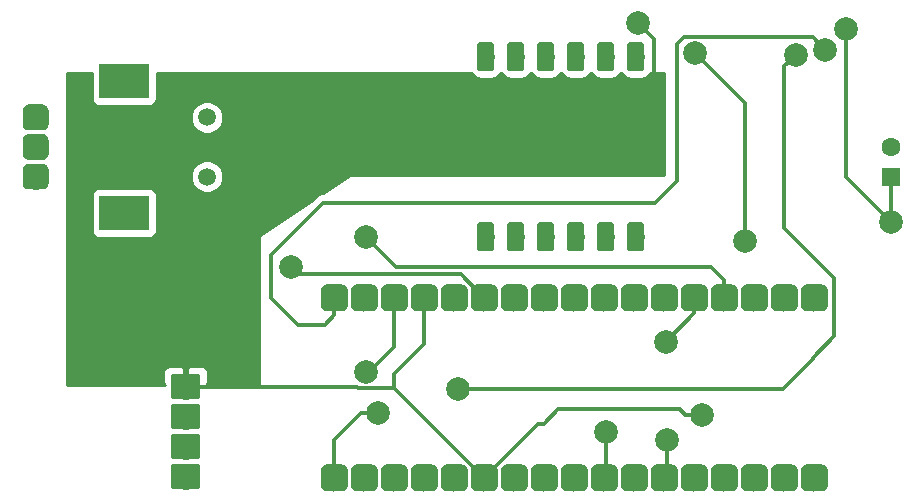
<source format=gbr>
G04 #@! TF.GenerationSoftware,KiCad,Pcbnew,6.0.0-rc1-unknown-3024ded~66~ubuntu18.04.1*
G04 #@! TF.CreationDate,2018-11-05T19:27:41-08:00*
G04 #@! TF.ProjectId,arduino-micro,61726475696E6F2D6D6963726F2E6B69,rev?*
G04 #@! TF.SameCoordinates,PX8c5fca8PY9629108*
G04 #@! TF.FileFunction,Copper,L2,Bot,Signal*
G04 #@! TF.FilePolarity,Positive*
%FSLAX46Y46*%
G04 Gerber Fmt 4.6, Leading zero omitted, Abs format (unit mm)*
G04 Created by KiCad (PCBNEW 6.0.0-rc1-unknown-3024ded~66~ubuntu18.04.1) date Mon 05 Nov 2018 07:27:41 PM PST*
%MOMM*%
%LPD*%
G01*
G04 APERTURE LIST*
G04 #@! TA.AperFunction,Conductor*
%ADD10C,0.100000*%
G04 #@! TD*
G04 #@! TA.AperFunction,ComponentPad*
%ADD11C,2.200000*%
G04 #@! TD*
G04 #@! TA.AperFunction,ComponentPad*
%ADD12C,1.500000*%
G04 #@! TD*
G04 #@! TA.AperFunction,ComponentPad*
%ADD13R,1.600000X1.600000*%
G04 #@! TD*
G04 #@! TA.AperFunction,ComponentPad*
%ADD14C,1.600000*%
G04 #@! TD*
G04 #@! TA.AperFunction,ComponentPad*
%ADD15R,4.200000X3.000000*%
G04 #@! TD*
G04 #@! TA.AperFunction,ComponentPad*
%ADD16C,2.300000*%
G04 #@! TD*
G04 #@! TA.AperFunction,ViaPad*
%ADD17C,2.000000*%
G04 #@! TD*
G04 #@! TA.AperFunction,Conductor*
%ADD18C,0.350000*%
G04 #@! TD*
G04 #@! TA.AperFunction,Conductor*
%ADD19C,0.254000*%
G04 #@! TD*
G04 APERTURE END LIST*
D10*
G04 #@! TO.N,GND*
G04 #@! TO.C,M1*
G36*
X17601252Y12503075D02*
X17632005Y12498513D01*
X17662162Y12490959D01*
X17691434Y12480485D01*
X17719538Y12467193D01*
X17746205Y12451210D01*
X17771176Y12432690D01*
X17794211Y12411811D01*
X17815090Y12388776D01*
X17833610Y12363805D01*
X17849593Y12337138D01*
X17862885Y12309034D01*
X17873359Y12279762D01*
X17880913Y12249605D01*
X17885475Y12218852D01*
X17887000Y12187800D01*
X17887000Y10621400D01*
X17885475Y10590348D01*
X17880913Y10559595D01*
X17873359Y10529438D01*
X17862885Y10500166D01*
X17849593Y10472062D01*
X17833610Y10445395D01*
X17815090Y10420424D01*
X17794211Y10397389D01*
X17771176Y10376510D01*
X17746205Y10357990D01*
X17719538Y10342007D01*
X17691434Y10328715D01*
X17662162Y10318241D01*
X17632005Y10310687D01*
X17601252Y10306125D01*
X17570200Y10304600D01*
X15703800Y10304600D01*
X15672748Y10306125D01*
X15641995Y10310687D01*
X15611838Y10318241D01*
X15582566Y10328715D01*
X15554462Y10342007D01*
X15527795Y10357990D01*
X15502824Y10376510D01*
X15479789Y10397389D01*
X15458910Y10420424D01*
X15440390Y10445395D01*
X15424407Y10472062D01*
X15411115Y10500166D01*
X15400641Y10529438D01*
X15393087Y10559595D01*
X15388525Y10590348D01*
X15387000Y10621400D01*
X15387000Y12187800D01*
X15388525Y12218852D01*
X15393087Y12249605D01*
X15400641Y12279762D01*
X15411115Y12309034D01*
X15424407Y12337138D01*
X15440390Y12363805D01*
X15458910Y12388776D01*
X15479789Y12411811D01*
X15502824Y12432690D01*
X15527795Y12451210D01*
X15554462Y12467193D01*
X15582566Y12480485D01*
X15611838Y12490959D01*
X15641995Y12498513D01*
X15672748Y12503075D01*
X15703800Y12504600D01*
X17570200Y12504600D01*
X17601252Y12503075D01*
X17601252Y12503075D01*
G37*
D11*
G04 #@! TD*
G04 #@! TO.P,M1,1*
G04 #@! TO.N,GND*
X16637000Y11404600D03*
D10*
G04 #@! TO.N,+12V*
G04 #@! TO.C,M1*
G36*
X17601252Y9963075D02*
X17632005Y9958513D01*
X17662162Y9950959D01*
X17691434Y9940485D01*
X17719538Y9927193D01*
X17746205Y9911210D01*
X17771176Y9892690D01*
X17794211Y9871811D01*
X17815090Y9848776D01*
X17833610Y9823805D01*
X17849593Y9797138D01*
X17862885Y9769034D01*
X17873359Y9739762D01*
X17880913Y9709605D01*
X17885475Y9678852D01*
X17887000Y9647800D01*
X17887000Y8081400D01*
X17885475Y8050348D01*
X17880913Y8019595D01*
X17873359Y7989438D01*
X17862885Y7960166D01*
X17849593Y7932062D01*
X17833610Y7905395D01*
X17815090Y7880424D01*
X17794211Y7857389D01*
X17771176Y7836510D01*
X17746205Y7817990D01*
X17719538Y7802007D01*
X17691434Y7788715D01*
X17662162Y7778241D01*
X17632005Y7770687D01*
X17601252Y7766125D01*
X17570200Y7764600D01*
X15703800Y7764600D01*
X15672748Y7766125D01*
X15641995Y7770687D01*
X15611838Y7778241D01*
X15582566Y7788715D01*
X15554462Y7802007D01*
X15527795Y7817990D01*
X15502824Y7836510D01*
X15479789Y7857389D01*
X15458910Y7880424D01*
X15440390Y7905395D01*
X15424407Y7932062D01*
X15411115Y7960166D01*
X15400641Y7989438D01*
X15393087Y8019595D01*
X15388525Y8050348D01*
X15387000Y8081400D01*
X15387000Y9647800D01*
X15388525Y9678852D01*
X15393087Y9709605D01*
X15400641Y9739762D01*
X15411115Y9769034D01*
X15424407Y9797138D01*
X15440390Y9823805D01*
X15458910Y9848776D01*
X15479789Y9871811D01*
X15502824Y9892690D01*
X15527795Y9911210D01*
X15554462Y9927193D01*
X15582566Y9940485D01*
X15611838Y9950959D01*
X15641995Y9958513D01*
X15672748Y9963075D01*
X15703800Y9964600D01*
X17570200Y9964600D01*
X17601252Y9963075D01*
X17601252Y9963075D01*
G37*
D11*
G04 #@! TD*
G04 #@! TO.P,M1,2*
G04 #@! TO.N,+12V*
X16637000Y8864600D03*
D10*
G04 #@! TO.N,Net-(M1-Pad3)*
G04 #@! TO.C,M1*
G36*
X17601252Y7423075D02*
X17632005Y7418513D01*
X17662162Y7410959D01*
X17691434Y7400485D01*
X17719538Y7387193D01*
X17746205Y7371210D01*
X17771176Y7352690D01*
X17794211Y7331811D01*
X17815090Y7308776D01*
X17833610Y7283805D01*
X17849593Y7257138D01*
X17862885Y7229034D01*
X17873359Y7199762D01*
X17880913Y7169605D01*
X17885475Y7138852D01*
X17887000Y7107800D01*
X17887000Y5541400D01*
X17885475Y5510348D01*
X17880913Y5479595D01*
X17873359Y5449438D01*
X17862885Y5420166D01*
X17849593Y5392062D01*
X17833610Y5365395D01*
X17815090Y5340424D01*
X17794211Y5317389D01*
X17771176Y5296510D01*
X17746205Y5277990D01*
X17719538Y5262007D01*
X17691434Y5248715D01*
X17662162Y5238241D01*
X17632005Y5230687D01*
X17601252Y5226125D01*
X17570200Y5224600D01*
X15703800Y5224600D01*
X15672748Y5226125D01*
X15641995Y5230687D01*
X15611838Y5238241D01*
X15582566Y5248715D01*
X15554462Y5262007D01*
X15527795Y5277990D01*
X15502824Y5296510D01*
X15479789Y5317389D01*
X15458910Y5340424D01*
X15440390Y5365395D01*
X15424407Y5392062D01*
X15411115Y5420166D01*
X15400641Y5449438D01*
X15393087Y5479595D01*
X15388525Y5510348D01*
X15387000Y5541400D01*
X15387000Y7107800D01*
X15388525Y7138852D01*
X15393087Y7169605D01*
X15400641Y7199762D01*
X15411115Y7229034D01*
X15424407Y7257138D01*
X15440390Y7283805D01*
X15458910Y7308776D01*
X15479789Y7331811D01*
X15502824Y7352690D01*
X15527795Y7371210D01*
X15554462Y7387193D01*
X15582566Y7400485D01*
X15611838Y7410959D01*
X15641995Y7418513D01*
X15672748Y7423075D01*
X15703800Y7424600D01*
X17570200Y7424600D01*
X17601252Y7423075D01*
X17601252Y7423075D01*
G37*
D11*
G04 #@! TD*
G04 #@! TO.P,M1,3*
G04 #@! TO.N,Net-(M1-Pad3)*
X16637000Y6324600D03*
D10*
G04 #@! TO.N,Net-(M1-Pad4)*
G04 #@! TO.C,M1*
G36*
X17601252Y4883075D02*
X17632005Y4878513D01*
X17662162Y4870959D01*
X17691434Y4860485D01*
X17719538Y4847193D01*
X17746205Y4831210D01*
X17771176Y4812690D01*
X17794211Y4791811D01*
X17815090Y4768776D01*
X17833610Y4743805D01*
X17849593Y4717138D01*
X17862885Y4689034D01*
X17873359Y4659762D01*
X17880913Y4629605D01*
X17885475Y4598852D01*
X17887000Y4567800D01*
X17887000Y3001400D01*
X17885475Y2970348D01*
X17880913Y2939595D01*
X17873359Y2909438D01*
X17862885Y2880166D01*
X17849593Y2852062D01*
X17833610Y2825395D01*
X17815090Y2800424D01*
X17794211Y2777389D01*
X17771176Y2756510D01*
X17746205Y2737990D01*
X17719538Y2722007D01*
X17691434Y2708715D01*
X17662162Y2698241D01*
X17632005Y2690687D01*
X17601252Y2686125D01*
X17570200Y2684600D01*
X15703800Y2684600D01*
X15672748Y2686125D01*
X15641995Y2690687D01*
X15611838Y2698241D01*
X15582566Y2708715D01*
X15554462Y2722007D01*
X15527795Y2737990D01*
X15502824Y2756510D01*
X15479789Y2777389D01*
X15458910Y2800424D01*
X15440390Y2825395D01*
X15424407Y2852062D01*
X15411115Y2880166D01*
X15400641Y2909438D01*
X15393087Y2939595D01*
X15388525Y2970348D01*
X15387000Y3001400D01*
X15387000Y4567800D01*
X15388525Y4598852D01*
X15393087Y4629605D01*
X15400641Y4659762D01*
X15411115Y4689034D01*
X15424407Y4717138D01*
X15440390Y4743805D01*
X15458910Y4768776D01*
X15479789Y4791811D01*
X15502824Y4812690D01*
X15527795Y4831210D01*
X15554462Y4847193D01*
X15582566Y4860485D01*
X15611838Y4870959D01*
X15641995Y4878513D01*
X15672748Y4883075D01*
X15703800Y4884600D01*
X17570200Y4884600D01*
X17601252Y4883075D01*
X17601252Y4883075D01*
G37*
D11*
G04 #@! TD*
G04 #@! TO.P,M1,4*
G04 #@! TO.N,Net-(M1-Pad4)*
X16637000Y3784600D03*
D10*
G04 #@! TO.N,Net-(U1-Pad6)*
G04 #@! TO.C,U2*
G36*
X42448756Y40592794D02*
X42485159Y40587394D01*
X42520857Y40578453D01*
X42555506Y40566055D01*
X42588774Y40550320D01*
X42620339Y40531401D01*
X42649897Y40509479D01*
X42677165Y40484765D01*
X42701879Y40457497D01*
X42723801Y40427939D01*
X42742720Y40396374D01*
X42758455Y40363106D01*
X42770853Y40328457D01*
X42779794Y40292759D01*
X42785194Y40256356D01*
X42787000Y40219600D01*
X42787000Y38469600D01*
X42785194Y38432844D01*
X42779794Y38396441D01*
X42770853Y38360743D01*
X42758455Y38326094D01*
X42742720Y38292826D01*
X42723801Y38261261D01*
X42701879Y38231703D01*
X42677165Y38204435D01*
X42649897Y38179721D01*
X42620339Y38157799D01*
X42588774Y38138880D01*
X42555506Y38123145D01*
X42520857Y38110747D01*
X42485159Y38101806D01*
X42448756Y38096406D01*
X42412000Y38094600D01*
X41662000Y38094600D01*
X41625244Y38096406D01*
X41588841Y38101806D01*
X41553143Y38110747D01*
X41518494Y38123145D01*
X41485226Y38138880D01*
X41453661Y38157799D01*
X41424103Y38179721D01*
X41396835Y38204435D01*
X41372121Y38231703D01*
X41350199Y38261261D01*
X41331280Y38292826D01*
X41315545Y38326094D01*
X41303147Y38360743D01*
X41294206Y38396441D01*
X41288806Y38432844D01*
X41287000Y38469600D01*
X41287000Y40219600D01*
X41288806Y40256356D01*
X41294206Y40292759D01*
X41303147Y40328457D01*
X41315545Y40363106D01*
X41331280Y40396374D01*
X41350199Y40427939D01*
X41372121Y40457497D01*
X41396835Y40484765D01*
X41424103Y40509479D01*
X41453661Y40531401D01*
X41485226Y40550320D01*
X41518494Y40566055D01*
X41553143Y40578453D01*
X41588841Y40587394D01*
X41625244Y40592794D01*
X41662000Y40594600D01*
X42412000Y40594600D01*
X42448756Y40592794D01*
X42448756Y40592794D01*
G37*
D12*
G04 #@! TD*
G04 #@! TO.P,U2,1*
G04 #@! TO.N,Net-(U1-Pad6)*
X42037000Y39344600D03*
D10*
G04 #@! TO.N,Net-(U1-Pad5)*
G04 #@! TO.C,U2*
G36*
X44988756Y40592794D02*
X45025159Y40587394D01*
X45060857Y40578453D01*
X45095506Y40566055D01*
X45128774Y40550320D01*
X45160339Y40531401D01*
X45189897Y40509479D01*
X45217165Y40484765D01*
X45241879Y40457497D01*
X45263801Y40427939D01*
X45282720Y40396374D01*
X45298455Y40363106D01*
X45310853Y40328457D01*
X45319794Y40292759D01*
X45325194Y40256356D01*
X45327000Y40219600D01*
X45327000Y38469600D01*
X45325194Y38432844D01*
X45319794Y38396441D01*
X45310853Y38360743D01*
X45298455Y38326094D01*
X45282720Y38292826D01*
X45263801Y38261261D01*
X45241879Y38231703D01*
X45217165Y38204435D01*
X45189897Y38179721D01*
X45160339Y38157799D01*
X45128774Y38138880D01*
X45095506Y38123145D01*
X45060857Y38110747D01*
X45025159Y38101806D01*
X44988756Y38096406D01*
X44952000Y38094600D01*
X44202000Y38094600D01*
X44165244Y38096406D01*
X44128841Y38101806D01*
X44093143Y38110747D01*
X44058494Y38123145D01*
X44025226Y38138880D01*
X43993661Y38157799D01*
X43964103Y38179721D01*
X43936835Y38204435D01*
X43912121Y38231703D01*
X43890199Y38261261D01*
X43871280Y38292826D01*
X43855545Y38326094D01*
X43843147Y38360743D01*
X43834206Y38396441D01*
X43828806Y38432844D01*
X43827000Y38469600D01*
X43827000Y40219600D01*
X43828806Y40256356D01*
X43834206Y40292759D01*
X43843147Y40328457D01*
X43855545Y40363106D01*
X43871280Y40396374D01*
X43890199Y40427939D01*
X43912121Y40457497D01*
X43936835Y40484765D01*
X43964103Y40509479D01*
X43993661Y40531401D01*
X44025226Y40550320D01*
X44058494Y40566055D01*
X44093143Y40578453D01*
X44128841Y40587394D01*
X44165244Y40592794D01*
X44202000Y40594600D01*
X44952000Y40594600D01*
X44988756Y40592794D01*
X44988756Y40592794D01*
G37*
D12*
G04 #@! TD*
G04 #@! TO.P,U2,2*
G04 #@! TO.N,Net-(U1-Pad5)*
X44577000Y39344600D03*
D10*
G04 #@! TO.N,Net-(U1-Pad9)*
G04 #@! TO.C,U2*
G36*
X47528756Y40592794D02*
X47565159Y40587394D01*
X47600857Y40578453D01*
X47635506Y40566055D01*
X47668774Y40550320D01*
X47700339Y40531401D01*
X47729897Y40509479D01*
X47757165Y40484765D01*
X47781879Y40457497D01*
X47803801Y40427939D01*
X47822720Y40396374D01*
X47838455Y40363106D01*
X47850853Y40328457D01*
X47859794Y40292759D01*
X47865194Y40256356D01*
X47867000Y40219600D01*
X47867000Y38469600D01*
X47865194Y38432844D01*
X47859794Y38396441D01*
X47850853Y38360743D01*
X47838455Y38326094D01*
X47822720Y38292826D01*
X47803801Y38261261D01*
X47781879Y38231703D01*
X47757165Y38204435D01*
X47729897Y38179721D01*
X47700339Y38157799D01*
X47668774Y38138880D01*
X47635506Y38123145D01*
X47600857Y38110747D01*
X47565159Y38101806D01*
X47528756Y38096406D01*
X47492000Y38094600D01*
X46742000Y38094600D01*
X46705244Y38096406D01*
X46668841Y38101806D01*
X46633143Y38110747D01*
X46598494Y38123145D01*
X46565226Y38138880D01*
X46533661Y38157799D01*
X46504103Y38179721D01*
X46476835Y38204435D01*
X46452121Y38231703D01*
X46430199Y38261261D01*
X46411280Y38292826D01*
X46395545Y38326094D01*
X46383147Y38360743D01*
X46374206Y38396441D01*
X46368806Y38432844D01*
X46367000Y38469600D01*
X46367000Y40219600D01*
X46368806Y40256356D01*
X46374206Y40292759D01*
X46383147Y40328457D01*
X46395545Y40363106D01*
X46411280Y40396374D01*
X46430199Y40427939D01*
X46452121Y40457497D01*
X46476835Y40484765D01*
X46504103Y40509479D01*
X46533661Y40531401D01*
X46565226Y40550320D01*
X46598494Y40566055D01*
X46633143Y40578453D01*
X46668841Y40587394D01*
X46705244Y40592794D01*
X46742000Y40594600D01*
X47492000Y40594600D01*
X47528756Y40592794D01*
X47528756Y40592794D01*
G37*
D12*
G04 #@! TD*
G04 #@! TO.P,U2,3*
G04 #@! TO.N,Net-(U1-Pad9)*
X47117000Y39344600D03*
D10*
G04 #@! TO.N,Net-(U1-Pad4)*
G04 #@! TO.C,U2*
G36*
X50068756Y40592794D02*
X50105159Y40587394D01*
X50140857Y40578453D01*
X50175506Y40566055D01*
X50208774Y40550320D01*
X50240339Y40531401D01*
X50269897Y40509479D01*
X50297165Y40484765D01*
X50321879Y40457497D01*
X50343801Y40427939D01*
X50362720Y40396374D01*
X50378455Y40363106D01*
X50390853Y40328457D01*
X50399794Y40292759D01*
X50405194Y40256356D01*
X50407000Y40219600D01*
X50407000Y38469600D01*
X50405194Y38432844D01*
X50399794Y38396441D01*
X50390853Y38360743D01*
X50378455Y38326094D01*
X50362720Y38292826D01*
X50343801Y38261261D01*
X50321879Y38231703D01*
X50297165Y38204435D01*
X50269897Y38179721D01*
X50240339Y38157799D01*
X50208774Y38138880D01*
X50175506Y38123145D01*
X50140857Y38110747D01*
X50105159Y38101806D01*
X50068756Y38096406D01*
X50032000Y38094600D01*
X49282000Y38094600D01*
X49245244Y38096406D01*
X49208841Y38101806D01*
X49173143Y38110747D01*
X49138494Y38123145D01*
X49105226Y38138880D01*
X49073661Y38157799D01*
X49044103Y38179721D01*
X49016835Y38204435D01*
X48992121Y38231703D01*
X48970199Y38261261D01*
X48951280Y38292826D01*
X48935545Y38326094D01*
X48923147Y38360743D01*
X48914206Y38396441D01*
X48908806Y38432844D01*
X48907000Y38469600D01*
X48907000Y40219600D01*
X48908806Y40256356D01*
X48914206Y40292759D01*
X48923147Y40328457D01*
X48935545Y40363106D01*
X48951280Y40396374D01*
X48970199Y40427939D01*
X48992121Y40457497D01*
X49016835Y40484765D01*
X49044103Y40509479D01*
X49073661Y40531401D01*
X49105226Y40550320D01*
X49138494Y40566055D01*
X49173143Y40578453D01*
X49208841Y40587394D01*
X49245244Y40592794D01*
X49282000Y40594600D01*
X50032000Y40594600D01*
X50068756Y40592794D01*
X50068756Y40592794D01*
G37*
D12*
G04 #@! TD*
G04 #@! TO.P,U2,4*
G04 #@! TO.N,Net-(U1-Pad4)*
X49657000Y39344600D03*
D10*
G04 #@! TO.N,Net-(U1-Pad8)*
G04 #@! TO.C,U2*
G36*
X52608756Y40592794D02*
X52645159Y40587394D01*
X52680857Y40578453D01*
X52715506Y40566055D01*
X52748774Y40550320D01*
X52780339Y40531401D01*
X52809897Y40509479D01*
X52837165Y40484765D01*
X52861879Y40457497D01*
X52883801Y40427939D01*
X52902720Y40396374D01*
X52918455Y40363106D01*
X52930853Y40328457D01*
X52939794Y40292759D01*
X52945194Y40256356D01*
X52947000Y40219600D01*
X52947000Y38469600D01*
X52945194Y38432844D01*
X52939794Y38396441D01*
X52930853Y38360743D01*
X52918455Y38326094D01*
X52902720Y38292826D01*
X52883801Y38261261D01*
X52861879Y38231703D01*
X52837165Y38204435D01*
X52809897Y38179721D01*
X52780339Y38157799D01*
X52748774Y38138880D01*
X52715506Y38123145D01*
X52680857Y38110747D01*
X52645159Y38101806D01*
X52608756Y38096406D01*
X52572000Y38094600D01*
X51822000Y38094600D01*
X51785244Y38096406D01*
X51748841Y38101806D01*
X51713143Y38110747D01*
X51678494Y38123145D01*
X51645226Y38138880D01*
X51613661Y38157799D01*
X51584103Y38179721D01*
X51556835Y38204435D01*
X51532121Y38231703D01*
X51510199Y38261261D01*
X51491280Y38292826D01*
X51475545Y38326094D01*
X51463147Y38360743D01*
X51454206Y38396441D01*
X51448806Y38432844D01*
X51447000Y38469600D01*
X51447000Y40219600D01*
X51448806Y40256356D01*
X51454206Y40292759D01*
X51463147Y40328457D01*
X51475545Y40363106D01*
X51491280Y40396374D01*
X51510199Y40427939D01*
X51532121Y40457497D01*
X51556835Y40484765D01*
X51584103Y40509479D01*
X51613661Y40531401D01*
X51645226Y40550320D01*
X51678494Y40566055D01*
X51713143Y40578453D01*
X51748841Y40587394D01*
X51785244Y40592794D01*
X51822000Y40594600D01*
X52572000Y40594600D01*
X52608756Y40592794D01*
X52608756Y40592794D01*
G37*
D12*
G04 #@! TD*
G04 #@! TO.P,U2,5*
G04 #@! TO.N,Net-(U1-Pad8)*
X52197000Y39344600D03*
D10*
G04 #@! TO.N,Net-(U1-Pad12)*
G04 #@! TO.C,U2*
G36*
X55148756Y40592794D02*
X55185159Y40587394D01*
X55220857Y40578453D01*
X55255506Y40566055D01*
X55288774Y40550320D01*
X55320339Y40531401D01*
X55349897Y40509479D01*
X55377165Y40484765D01*
X55401879Y40457497D01*
X55423801Y40427939D01*
X55442720Y40396374D01*
X55458455Y40363106D01*
X55470853Y40328457D01*
X55479794Y40292759D01*
X55485194Y40256356D01*
X55487000Y40219600D01*
X55487000Y38469600D01*
X55485194Y38432844D01*
X55479794Y38396441D01*
X55470853Y38360743D01*
X55458455Y38326094D01*
X55442720Y38292826D01*
X55423801Y38261261D01*
X55401879Y38231703D01*
X55377165Y38204435D01*
X55349897Y38179721D01*
X55320339Y38157799D01*
X55288774Y38138880D01*
X55255506Y38123145D01*
X55220857Y38110747D01*
X55185159Y38101806D01*
X55148756Y38096406D01*
X55112000Y38094600D01*
X54362000Y38094600D01*
X54325244Y38096406D01*
X54288841Y38101806D01*
X54253143Y38110747D01*
X54218494Y38123145D01*
X54185226Y38138880D01*
X54153661Y38157799D01*
X54124103Y38179721D01*
X54096835Y38204435D01*
X54072121Y38231703D01*
X54050199Y38261261D01*
X54031280Y38292826D01*
X54015545Y38326094D01*
X54003147Y38360743D01*
X53994206Y38396441D01*
X53988806Y38432844D01*
X53987000Y38469600D01*
X53987000Y40219600D01*
X53988806Y40256356D01*
X53994206Y40292759D01*
X54003147Y40328457D01*
X54015545Y40363106D01*
X54031280Y40396374D01*
X54050199Y40427939D01*
X54072121Y40457497D01*
X54096835Y40484765D01*
X54124103Y40509479D01*
X54153661Y40531401D01*
X54185226Y40550320D01*
X54218494Y40566055D01*
X54253143Y40578453D01*
X54288841Y40587394D01*
X54325244Y40592794D01*
X54362000Y40594600D01*
X55112000Y40594600D01*
X55148756Y40592794D01*
X55148756Y40592794D01*
G37*
D12*
G04 #@! TD*
G04 #@! TO.P,U2,6*
G04 #@! TO.N,Net-(U1-Pad12)*
X54737000Y39344600D03*
D10*
G04 #@! TO.N,Net-(U1-Pad3)*
G04 #@! TO.C,U2*
G36*
X55148756Y25352794D02*
X55185159Y25347394D01*
X55220857Y25338453D01*
X55255506Y25326055D01*
X55288774Y25310320D01*
X55320339Y25291401D01*
X55349897Y25269479D01*
X55377165Y25244765D01*
X55401879Y25217497D01*
X55423801Y25187939D01*
X55442720Y25156374D01*
X55458455Y25123106D01*
X55470853Y25088457D01*
X55479794Y25052759D01*
X55485194Y25016356D01*
X55487000Y24979600D01*
X55487000Y23229600D01*
X55485194Y23192844D01*
X55479794Y23156441D01*
X55470853Y23120743D01*
X55458455Y23086094D01*
X55442720Y23052826D01*
X55423801Y23021261D01*
X55401879Y22991703D01*
X55377165Y22964435D01*
X55349897Y22939721D01*
X55320339Y22917799D01*
X55288774Y22898880D01*
X55255506Y22883145D01*
X55220857Y22870747D01*
X55185159Y22861806D01*
X55148756Y22856406D01*
X55112000Y22854600D01*
X54362000Y22854600D01*
X54325244Y22856406D01*
X54288841Y22861806D01*
X54253143Y22870747D01*
X54218494Y22883145D01*
X54185226Y22898880D01*
X54153661Y22917799D01*
X54124103Y22939721D01*
X54096835Y22964435D01*
X54072121Y22991703D01*
X54050199Y23021261D01*
X54031280Y23052826D01*
X54015545Y23086094D01*
X54003147Y23120743D01*
X53994206Y23156441D01*
X53988806Y23192844D01*
X53987000Y23229600D01*
X53987000Y24979600D01*
X53988806Y25016356D01*
X53994206Y25052759D01*
X54003147Y25088457D01*
X54015545Y25123106D01*
X54031280Y25156374D01*
X54050199Y25187939D01*
X54072121Y25217497D01*
X54096835Y25244765D01*
X54124103Y25269479D01*
X54153661Y25291401D01*
X54185226Y25310320D01*
X54218494Y25326055D01*
X54253143Y25338453D01*
X54288841Y25347394D01*
X54325244Y25352794D01*
X54362000Y25354600D01*
X55112000Y25354600D01*
X55148756Y25352794D01*
X55148756Y25352794D01*
G37*
D12*
G04 #@! TD*
G04 #@! TO.P,U2,7*
G04 #@! TO.N,Net-(U1-Pad3)*
X54737000Y24104600D03*
D10*
G04 #@! TO.N,Net-(U1-Pad13)*
G04 #@! TO.C,U2*
G36*
X52608756Y25352794D02*
X52645159Y25347394D01*
X52680857Y25338453D01*
X52715506Y25326055D01*
X52748774Y25310320D01*
X52780339Y25291401D01*
X52809897Y25269479D01*
X52837165Y25244765D01*
X52861879Y25217497D01*
X52883801Y25187939D01*
X52902720Y25156374D01*
X52918455Y25123106D01*
X52930853Y25088457D01*
X52939794Y25052759D01*
X52945194Y25016356D01*
X52947000Y24979600D01*
X52947000Y23229600D01*
X52945194Y23192844D01*
X52939794Y23156441D01*
X52930853Y23120743D01*
X52918455Y23086094D01*
X52902720Y23052826D01*
X52883801Y23021261D01*
X52861879Y22991703D01*
X52837165Y22964435D01*
X52809897Y22939721D01*
X52780339Y22917799D01*
X52748774Y22898880D01*
X52715506Y22883145D01*
X52680857Y22870747D01*
X52645159Y22861806D01*
X52608756Y22856406D01*
X52572000Y22854600D01*
X51822000Y22854600D01*
X51785244Y22856406D01*
X51748841Y22861806D01*
X51713143Y22870747D01*
X51678494Y22883145D01*
X51645226Y22898880D01*
X51613661Y22917799D01*
X51584103Y22939721D01*
X51556835Y22964435D01*
X51532121Y22991703D01*
X51510199Y23021261D01*
X51491280Y23052826D01*
X51475545Y23086094D01*
X51463147Y23120743D01*
X51454206Y23156441D01*
X51448806Y23192844D01*
X51447000Y23229600D01*
X51447000Y24979600D01*
X51448806Y25016356D01*
X51454206Y25052759D01*
X51463147Y25088457D01*
X51475545Y25123106D01*
X51491280Y25156374D01*
X51510199Y25187939D01*
X51532121Y25217497D01*
X51556835Y25244765D01*
X51584103Y25269479D01*
X51613661Y25291401D01*
X51645226Y25310320D01*
X51678494Y25326055D01*
X51713143Y25338453D01*
X51748841Y25347394D01*
X51785244Y25352794D01*
X51822000Y25354600D01*
X52572000Y25354600D01*
X52608756Y25352794D01*
X52608756Y25352794D01*
G37*
D12*
G04 #@! TD*
G04 #@! TO.P,U2,8*
G04 #@! TO.N,Net-(U1-Pad13)*
X52197000Y24104600D03*
D10*
G04 #@! TO.N,Net-(U1-Pad14)*
G04 #@! TO.C,U2*
G36*
X50068756Y25352794D02*
X50105159Y25347394D01*
X50140857Y25338453D01*
X50175506Y25326055D01*
X50208774Y25310320D01*
X50240339Y25291401D01*
X50269897Y25269479D01*
X50297165Y25244765D01*
X50321879Y25217497D01*
X50343801Y25187939D01*
X50362720Y25156374D01*
X50378455Y25123106D01*
X50390853Y25088457D01*
X50399794Y25052759D01*
X50405194Y25016356D01*
X50407000Y24979600D01*
X50407000Y23229600D01*
X50405194Y23192844D01*
X50399794Y23156441D01*
X50390853Y23120743D01*
X50378455Y23086094D01*
X50362720Y23052826D01*
X50343801Y23021261D01*
X50321879Y22991703D01*
X50297165Y22964435D01*
X50269897Y22939721D01*
X50240339Y22917799D01*
X50208774Y22898880D01*
X50175506Y22883145D01*
X50140857Y22870747D01*
X50105159Y22861806D01*
X50068756Y22856406D01*
X50032000Y22854600D01*
X49282000Y22854600D01*
X49245244Y22856406D01*
X49208841Y22861806D01*
X49173143Y22870747D01*
X49138494Y22883145D01*
X49105226Y22898880D01*
X49073661Y22917799D01*
X49044103Y22939721D01*
X49016835Y22964435D01*
X48992121Y22991703D01*
X48970199Y23021261D01*
X48951280Y23052826D01*
X48935545Y23086094D01*
X48923147Y23120743D01*
X48914206Y23156441D01*
X48908806Y23192844D01*
X48907000Y23229600D01*
X48907000Y24979600D01*
X48908806Y25016356D01*
X48914206Y25052759D01*
X48923147Y25088457D01*
X48935545Y25123106D01*
X48951280Y25156374D01*
X48970199Y25187939D01*
X48992121Y25217497D01*
X49016835Y25244765D01*
X49044103Y25269479D01*
X49073661Y25291401D01*
X49105226Y25310320D01*
X49138494Y25326055D01*
X49173143Y25338453D01*
X49208841Y25347394D01*
X49245244Y25352794D01*
X49282000Y25354600D01*
X50032000Y25354600D01*
X50068756Y25352794D01*
X50068756Y25352794D01*
G37*
D12*
G04 #@! TD*
G04 #@! TO.P,U2,9*
G04 #@! TO.N,Net-(U1-Pad14)*
X49657000Y24104600D03*
D10*
G04 #@! TO.N,Net-(U1-Pad7)*
G04 #@! TO.C,U2*
G36*
X47528756Y25352794D02*
X47565159Y25347394D01*
X47600857Y25338453D01*
X47635506Y25326055D01*
X47668774Y25310320D01*
X47700339Y25291401D01*
X47729897Y25269479D01*
X47757165Y25244765D01*
X47781879Y25217497D01*
X47803801Y25187939D01*
X47822720Y25156374D01*
X47838455Y25123106D01*
X47850853Y25088457D01*
X47859794Y25052759D01*
X47865194Y25016356D01*
X47867000Y24979600D01*
X47867000Y23229600D01*
X47865194Y23192844D01*
X47859794Y23156441D01*
X47850853Y23120743D01*
X47838455Y23086094D01*
X47822720Y23052826D01*
X47803801Y23021261D01*
X47781879Y22991703D01*
X47757165Y22964435D01*
X47729897Y22939721D01*
X47700339Y22917799D01*
X47668774Y22898880D01*
X47635506Y22883145D01*
X47600857Y22870747D01*
X47565159Y22861806D01*
X47528756Y22856406D01*
X47492000Y22854600D01*
X46742000Y22854600D01*
X46705244Y22856406D01*
X46668841Y22861806D01*
X46633143Y22870747D01*
X46598494Y22883145D01*
X46565226Y22898880D01*
X46533661Y22917799D01*
X46504103Y22939721D01*
X46476835Y22964435D01*
X46452121Y22991703D01*
X46430199Y23021261D01*
X46411280Y23052826D01*
X46395545Y23086094D01*
X46383147Y23120743D01*
X46374206Y23156441D01*
X46368806Y23192844D01*
X46367000Y23229600D01*
X46367000Y24979600D01*
X46368806Y25016356D01*
X46374206Y25052759D01*
X46383147Y25088457D01*
X46395545Y25123106D01*
X46411280Y25156374D01*
X46430199Y25187939D01*
X46452121Y25217497D01*
X46476835Y25244765D01*
X46504103Y25269479D01*
X46533661Y25291401D01*
X46565226Y25310320D01*
X46598494Y25326055D01*
X46633143Y25338453D01*
X46668841Y25347394D01*
X46705244Y25352794D01*
X46742000Y25354600D01*
X47492000Y25354600D01*
X47528756Y25352794D01*
X47528756Y25352794D01*
G37*
D12*
G04 #@! TD*
G04 #@! TO.P,U2,10*
G04 #@! TO.N,Net-(U1-Pad7)*
X47117000Y24104600D03*
D10*
G04 #@! TO.N,Net-(U1-Pad2)*
G04 #@! TO.C,U2*
G36*
X44988756Y25352794D02*
X45025159Y25347394D01*
X45060857Y25338453D01*
X45095506Y25326055D01*
X45128774Y25310320D01*
X45160339Y25291401D01*
X45189897Y25269479D01*
X45217165Y25244765D01*
X45241879Y25217497D01*
X45263801Y25187939D01*
X45282720Y25156374D01*
X45298455Y25123106D01*
X45310853Y25088457D01*
X45319794Y25052759D01*
X45325194Y25016356D01*
X45327000Y24979600D01*
X45327000Y23229600D01*
X45325194Y23192844D01*
X45319794Y23156441D01*
X45310853Y23120743D01*
X45298455Y23086094D01*
X45282720Y23052826D01*
X45263801Y23021261D01*
X45241879Y22991703D01*
X45217165Y22964435D01*
X45189897Y22939721D01*
X45160339Y22917799D01*
X45128774Y22898880D01*
X45095506Y22883145D01*
X45060857Y22870747D01*
X45025159Y22861806D01*
X44988756Y22856406D01*
X44952000Y22854600D01*
X44202000Y22854600D01*
X44165244Y22856406D01*
X44128841Y22861806D01*
X44093143Y22870747D01*
X44058494Y22883145D01*
X44025226Y22898880D01*
X43993661Y22917799D01*
X43964103Y22939721D01*
X43936835Y22964435D01*
X43912121Y22991703D01*
X43890199Y23021261D01*
X43871280Y23052826D01*
X43855545Y23086094D01*
X43843147Y23120743D01*
X43834206Y23156441D01*
X43828806Y23192844D01*
X43827000Y23229600D01*
X43827000Y24979600D01*
X43828806Y25016356D01*
X43834206Y25052759D01*
X43843147Y25088457D01*
X43855545Y25123106D01*
X43871280Y25156374D01*
X43890199Y25187939D01*
X43912121Y25217497D01*
X43936835Y25244765D01*
X43964103Y25269479D01*
X43993661Y25291401D01*
X44025226Y25310320D01*
X44058494Y25326055D01*
X44093143Y25338453D01*
X44128841Y25347394D01*
X44165244Y25352794D01*
X44202000Y25354600D01*
X44952000Y25354600D01*
X44988756Y25352794D01*
X44988756Y25352794D01*
G37*
D12*
G04 #@! TD*
G04 #@! TO.P,U2,11*
G04 #@! TO.N,Net-(U1-Pad2)*
X44577000Y24104600D03*
D10*
G04 #@! TO.N,Net-(U1-Pad15)*
G04 #@! TO.C,U2*
G36*
X42448756Y25352794D02*
X42485159Y25347394D01*
X42520857Y25338453D01*
X42555506Y25326055D01*
X42588774Y25310320D01*
X42620339Y25291401D01*
X42649897Y25269479D01*
X42677165Y25244765D01*
X42701879Y25217497D01*
X42723801Y25187939D01*
X42742720Y25156374D01*
X42758455Y25123106D01*
X42770853Y25088457D01*
X42779794Y25052759D01*
X42785194Y25016356D01*
X42787000Y24979600D01*
X42787000Y23229600D01*
X42785194Y23192844D01*
X42779794Y23156441D01*
X42770853Y23120743D01*
X42758455Y23086094D01*
X42742720Y23052826D01*
X42723801Y23021261D01*
X42701879Y22991703D01*
X42677165Y22964435D01*
X42649897Y22939721D01*
X42620339Y22917799D01*
X42588774Y22898880D01*
X42555506Y22883145D01*
X42520857Y22870747D01*
X42485159Y22861806D01*
X42448756Y22856406D01*
X42412000Y22854600D01*
X41662000Y22854600D01*
X41625244Y22856406D01*
X41588841Y22861806D01*
X41553143Y22870747D01*
X41518494Y22883145D01*
X41485226Y22898880D01*
X41453661Y22917799D01*
X41424103Y22939721D01*
X41396835Y22964435D01*
X41372121Y22991703D01*
X41350199Y23021261D01*
X41331280Y23052826D01*
X41315545Y23086094D01*
X41303147Y23120743D01*
X41294206Y23156441D01*
X41288806Y23192844D01*
X41287000Y23229600D01*
X41287000Y24979600D01*
X41288806Y25016356D01*
X41294206Y25052759D01*
X41303147Y25088457D01*
X41315545Y25123106D01*
X41331280Y25156374D01*
X41350199Y25187939D01*
X41372121Y25217497D01*
X41396835Y25244765D01*
X41424103Y25269479D01*
X41453661Y25291401D01*
X41485226Y25310320D01*
X41518494Y25326055D01*
X41553143Y25338453D01*
X41588841Y25347394D01*
X41625244Y25352794D01*
X41662000Y25354600D01*
X42412000Y25354600D01*
X42448756Y25352794D01*
X42448756Y25352794D01*
G37*
D12*
G04 #@! TD*
G04 #@! TO.P,U2,12*
G04 #@! TO.N,Net-(U1-Pad15)*
X42037000Y24104600D03*
D13*
G04 #@! TO.P,C1,1*
G04 #@! TO.N,/5V*
X76327000Y29184600D03*
D14*
G04 #@! TO.P,C1,2*
G04 #@! TO.N,GND*
X76327000Y31684600D03*
G04 #@! TD*
D12*
G04 #@! TO.P,SW1,*
G04 #@! TO.N,*
X18437000Y34184600D03*
X18437000Y29184600D03*
D15*
G04 #@! TO.P,SW1,MP*
G04 #@! TO.N,N/C*
X11437000Y37284600D03*
X11437000Y26084600D03*
D10*
G04 #@! TD*
G04 #@! TO.N,Net-(R2-Pad2)*
G04 #@! TO.C,SW1*
G36*
X4540909Y35281952D02*
X4594300Y35274032D01*
X4646657Y35260917D01*
X4697476Y35242734D01*
X4746268Y35219657D01*
X4792564Y35191908D01*
X4835916Y35159756D01*
X4875909Y35123509D01*
X4912156Y35083516D01*
X4944308Y35040164D01*
X4972057Y34993868D01*
X4995134Y34945076D01*
X5013317Y34894257D01*
X5026432Y34841900D01*
X5034352Y34788509D01*
X5037000Y34734600D01*
X5037000Y33634600D01*
X5034352Y33580691D01*
X5026432Y33527300D01*
X5013317Y33474943D01*
X4995134Y33424124D01*
X4972057Y33375332D01*
X4944308Y33329036D01*
X4912156Y33285684D01*
X4875909Y33245691D01*
X4835916Y33209444D01*
X4792564Y33177292D01*
X4746268Y33149543D01*
X4697476Y33126466D01*
X4646657Y33108283D01*
X4594300Y33095168D01*
X4540909Y33087248D01*
X4487000Y33084600D01*
X3387000Y33084600D01*
X3333091Y33087248D01*
X3279700Y33095168D01*
X3227343Y33108283D01*
X3176524Y33126466D01*
X3127732Y33149543D01*
X3081436Y33177292D01*
X3038084Y33209444D01*
X2998091Y33245691D01*
X2961844Y33285684D01*
X2929692Y33329036D01*
X2901943Y33375332D01*
X2878866Y33424124D01*
X2860683Y33474943D01*
X2847568Y33527300D01*
X2839648Y33580691D01*
X2837000Y33634600D01*
X2837000Y34734600D01*
X2839648Y34788509D01*
X2847568Y34841900D01*
X2860683Y34894257D01*
X2878866Y34945076D01*
X2901943Y34993868D01*
X2929692Y35040164D01*
X2961844Y35083516D01*
X2998091Y35123509D01*
X3038084Y35159756D01*
X3081436Y35191908D01*
X3127732Y35219657D01*
X3176524Y35242734D01*
X3227343Y35260917D01*
X3279700Y35274032D01*
X3333091Y35281952D01*
X3387000Y35284600D01*
X4487000Y35284600D01*
X4540909Y35281952D01*
X4540909Y35281952D01*
G37*
D11*
G04 #@! TO.P,SW1,B*
G04 #@! TO.N,Net-(R2-Pad2)*
X3937000Y34184600D03*
D10*
G04 #@! TD*
G04 #@! TO.N,GND*
G04 #@! TO.C,SW1*
G36*
X4540909Y32781952D02*
X4594300Y32774032D01*
X4646657Y32760917D01*
X4697476Y32742734D01*
X4746268Y32719657D01*
X4792564Y32691908D01*
X4835916Y32659756D01*
X4875909Y32623509D01*
X4912156Y32583516D01*
X4944308Y32540164D01*
X4972057Y32493868D01*
X4995134Y32445076D01*
X5013317Y32394257D01*
X5026432Y32341900D01*
X5034352Y32288509D01*
X5037000Y32234600D01*
X5037000Y31134600D01*
X5034352Y31080691D01*
X5026432Y31027300D01*
X5013317Y30974943D01*
X4995134Y30924124D01*
X4972057Y30875332D01*
X4944308Y30829036D01*
X4912156Y30785684D01*
X4875909Y30745691D01*
X4835916Y30709444D01*
X4792564Y30677292D01*
X4746268Y30649543D01*
X4697476Y30626466D01*
X4646657Y30608283D01*
X4594300Y30595168D01*
X4540909Y30587248D01*
X4487000Y30584600D01*
X3387000Y30584600D01*
X3333091Y30587248D01*
X3279700Y30595168D01*
X3227343Y30608283D01*
X3176524Y30626466D01*
X3127732Y30649543D01*
X3081436Y30677292D01*
X3038084Y30709444D01*
X2998091Y30745691D01*
X2961844Y30785684D01*
X2929692Y30829036D01*
X2901943Y30875332D01*
X2878866Y30924124D01*
X2860683Y30974943D01*
X2847568Y31027300D01*
X2839648Y31080691D01*
X2837000Y31134600D01*
X2837000Y32234600D01*
X2839648Y32288509D01*
X2847568Y32341900D01*
X2860683Y32394257D01*
X2878866Y32445076D01*
X2901943Y32493868D01*
X2929692Y32540164D01*
X2961844Y32583516D01*
X2998091Y32623509D01*
X3038084Y32659756D01*
X3081436Y32691908D01*
X3127732Y32719657D01*
X3176524Y32742734D01*
X3227343Y32760917D01*
X3279700Y32774032D01*
X3333091Y32781952D01*
X3387000Y32784600D01*
X4487000Y32784600D01*
X4540909Y32781952D01*
X4540909Y32781952D01*
G37*
D11*
G04 #@! TO.P,SW1,C*
G04 #@! TO.N,GND*
X3937000Y31684600D03*
D10*
G04 #@! TD*
G04 #@! TO.N,Net-(R1-Pad2)*
G04 #@! TO.C,SW1*
G36*
X4540909Y30281952D02*
X4594300Y30274032D01*
X4646657Y30260917D01*
X4697476Y30242734D01*
X4746268Y30219657D01*
X4792564Y30191908D01*
X4835916Y30159756D01*
X4875909Y30123509D01*
X4912156Y30083516D01*
X4944308Y30040164D01*
X4972057Y29993868D01*
X4995134Y29945076D01*
X5013317Y29894257D01*
X5026432Y29841900D01*
X5034352Y29788509D01*
X5037000Y29734600D01*
X5037000Y28634600D01*
X5034352Y28580691D01*
X5026432Y28527300D01*
X5013317Y28474943D01*
X4995134Y28424124D01*
X4972057Y28375332D01*
X4944308Y28329036D01*
X4912156Y28285684D01*
X4875909Y28245691D01*
X4835916Y28209444D01*
X4792564Y28177292D01*
X4746268Y28149543D01*
X4697476Y28126466D01*
X4646657Y28108283D01*
X4594300Y28095168D01*
X4540909Y28087248D01*
X4487000Y28084600D01*
X3387000Y28084600D01*
X3333091Y28087248D01*
X3279700Y28095168D01*
X3227343Y28108283D01*
X3176524Y28126466D01*
X3127732Y28149543D01*
X3081436Y28177292D01*
X3038084Y28209444D01*
X2998091Y28245691D01*
X2961844Y28285684D01*
X2929692Y28329036D01*
X2901943Y28375332D01*
X2878866Y28424124D01*
X2860683Y28474943D01*
X2847568Y28527300D01*
X2839648Y28580691D01*
X2837000Y28634600D01*
X2837000Y29734600D01*
X2839648Y29788509D01*
X2847568Y29841900D01*
X2860683Y29894257D01*
X2878866Y29945076D01*
X2901943Y29993868D01*
X2929692Y30040164D01*
X2961844Y30083516D01*
X2998091Y30123509D01*
X3038084Y30159756D01*
X3081436Y30191908D01*
X3127732Y30219657D01*
X3176524Y30242734D01*
X3227343Y30260917D01*
X3279700Y30274032D01*
X3333091Y30281952D01*
X3387000Y30284600D01*
X4487000Y30284600D01*
X4540909Y30281952D01*
X4540909Y30281952D01*
G37*
D11*
G04 #@! TO.P,SW1,A*
G04 #@! TO.N,Net-(R1-Pad2)*
X3937000Y29184600D03*
G04 #@! TD*
D10*
G04 #@! TO.N,*
G04 #@! TO.C,XA1*
G36*
X47638360Y20061831D02*
X47694177Y20053552D01*
X47748914Y20039841D01*
X47802043Y20020831D01*
X47853053Y19996705D01*
X47901453Y19967695D01*
X47946776Y19934081D01*
X47988586Y19896186D01*
X48026481Y19854376D01*
X48060095Y19809053D01*
X48089105Y19760653D01*
X48113231Y19709643D01*
X48132241Y19656514D01*
X48145952Y19601777D01*
X48154231Y19545960D01*
X48157000Y19489600D01*
X48157000Y18339600D01*
X48154231Y18283240D01*
X48145952Y18227423D01*
X48132241Y18172686D01*
X48113231Y18119557D01*
X48089105Y18068547D01*
X48060095Y18020147D01*
X48026481Y17974824D01*
X47988586Y17933014D01*
X47946776Y17895119D01*
X47901453Y17861505D01*
X47853053Y17832495D01*
X47802043Y17808369D01*
X47748914Y17789359D01*
X47694177Y17775648D01*
X47638360Y17767369D01*
X47582000Y17764600D01*
X46432000Y17764600D01*
X46375640Y17767369D01*
X46319823Y17775648D01*
X46265086Y17789359D01*
X46211957Y17808369D01*
X46160947Y17832495D01*
X46112547Y17861505D01*
X46067224Y17895119D01*
X46025414Y17933014D01*
X45987519Y17974824D01*
X45953905Y18020147D01*
X45924895Y18068547D01*
X45900769Y18119557D01*
X45881759Y18172686D01*
X45868048Y18227423D01*
X45859769Y18283240D01*
X45857000Y18339600D01*
X45857000Y19489600D01*
X45859769Y19545960D01*
X45868048Y19601777D01*
X45881759Y19656514D01*
X45900769Y19709643D01*
X45924895Y19760653D01*
X45953905Y19809053D01*
X45987519Y19854376D01*
X46025414Y19896186D01*
X46067224Y19934081D01*
X46112547Y19967695D01*
X46160947Y19996705D01*
X46211957Y20020831D01*
X46265086Y20039841D01*
X46319823Y20053552D01*
X46375640Y20061831D01*
X46432000Y20064600D01*
X47582000Y20064600D01*
X47638360Y20061831D01*
X47638360Y20061831D01*
G37*
D16*
G04 #@! TD*
G04 #@! TO.P,XA1,*
G04 #@! TO.N,*
X47007000Y18914600D03*
D10*
G04 #@! TO.N,Net-(XA1-PadRST2)*
G04 #@! TO.C,XA1*
G36*
X40018360Y4821831D02*
X40074177Y4813552D01*
X40128914Y4799841D01*
X40182043Y4780831D01*
X40233053Y4756705D01*
X40281453Y4727695D01*
X40326776Y4694081D01*
X40368586Y4656186D01*
X40406481Y4614376D01*
X40440095Y4569053D01*
X40469105Y4520653D01*
X40493231Y4469643D01*
X40512241Y4416514D01*
X40525952Y4361777D01*
X40534231Y4305960D01*
X40537000Y4249600D01*
X40537000Y3099600D01*
X40534231Y3043240D01*
X40525952Y2987423D01*
X40512241Y2932686D01*
X40493231Y2879557D01*
X40469105Y2828547D01*
X40440095Y2780147D01*
X40406481Y2734824D01*
X40368586Y2693014D01*
X40326776Y2655119D01*
X40281453Y2621505D01*
X40233053Y2592495D01*
X40182043Y2568369D01*
X40128914Y2549359D01*
X40074177Y2535648D01*
X40018360Y2527369D01*
X39962000Y2524600D01*
X38812000Y2524600D01*
X38755640Y2527369D01*
X38699823Y2535648D01*
X38645086Y2549359D01*
X38591957Y2568369D01*
X38540947Y2592495D01*
X38492547Y2621505D01*
X38447224Y2655119D01*
X38405414Y2693014D01*
X38367519Y2734824D01*
X38333905Y2780147D01*
X38304895Y2828547D01*
X38280769Y2879557D01*
X38261759Y2932686D01*
X38248048Y2987423D01*
X38239769Y3043240D01*
X38237000Y3099600D01*
X38237000Y4249600D01*
X38239769Y4305960D01*
X38248048Y4361777D01*
X38261759Y4416514D01*
X38280769Y4469643D01*
X38304895Y4520653D01*
X38333905Y4569053D01*
X38367519Y4614376D01*
X38405414Y4656186D01*
X38447224Y4694081D01*
X38492547Y4727695D01*
X38540947Y4756705D01*
X38591957Y4780831D01*
X38645086Y4799841D01*
X38699823Y4813552D01*
X38755640Y4821831D01*
X38812000Y4824600D01*
X39962000Y4824600D01*
X40018360Y4821831D01*
X40018360Y4821831D01*
G37*
D16*
G04 #@! TD*
G04 #@! TO.P,XA1,RST2*
G04 #@! TO.N,Net-(XA1-PadRST2)*
X39387000Y3674600D03*
D10*
G04 #@! TO.N,/7S_IO*
G04 #@! TO.C,XA1*
G36*
X29858360Y4821831D02*
X29914177Y4813552D01*
X29968914Y4799841D01*
X30022043Y4780831D01*
X30073053Y4756705D01*
X30121453Y4727695D01*
X30166776Y4694081D01*
X30208586Y4656186D01*
X30246481Y4614376D01*
X30280095Y4569053D01*
X30309105Y4520653D01*
X30333231Y4469643D01*
X30352241Y4416514D01*
X30365952Y4361777D01*
X30374231Y4305960D01*
X30377000Y4249600D01*
X30377000Y3099600D01*
X30374231Y3043240D01*
X30365952Y2987423D01*
X30352241Y2932686D01*
X30333231Y2879557D01*
X30309105Y2828547D01*
X30280095Y2780147D01*
X30246481Y2734824D01*
X30208586Y2693014D01*
X30166776Y2655119D01*
X30121453Y2621505D01*
X30073053Y2592495D01*
X30022043Y2568369D01*
X29968914Y2549359D01*
X29914177Y2535648D01*
X29858360Y2527369D01*
X29802000Y2524600D01*
X28652000Y2524600D01*
X28595640Y2527369D01*
X28539823Y2535648D01*
X28485086Y2549359D01*
X28431957Y2568369D01*
X28380947Y2592495D01*
X28332547Y2621505D01*
X28287224Y2655119D01*
X28245414Y2693014D01*
X28207519Y2734824D01*
X28173905Y2780147D01*
X28144895Y2828547D01*
X28120769Y2879557D01*
X28101759Y2932686D01*
X28088048Y2987423D01*
X28079769Y3043240D01*
X28077000Y3099600D01*
X28077000Y4249600D01*
X28079769Y4305960D01*
X28088048Y4361777D01*
X28101759Y4416514D01*
X28120769Y4469643D01*
X28144895Y4520653D01*
X28173905Y4569053D01*
X28207519Y4614376D01*
X28245414Y4656186D01*
X28287224Y4694081D01*
X28332547Y4727695D01*
X28380947Y4756705D01*
X28431957Y4780831D01*
X28485086Y4799841D01*
X28539823Y4813552D01*
X28595640Y4821831D01*
X28652000Y4824600D01*
X29802000Y4824600D01*
X29858360Y4821831D01*
X29858360Y4821831D01*
G37*
D16*
G04 #@! TD*
G04 #@! TO.P,XA1,MOSI*
G04 #@! TO.N,/7S_IO*
X29227000Y3674600D03*
D10*
G04 #@! TO.N,/7S_CLK*
G04 #@! TO.C,XA1*
G36*
X29858360Y20061831D02*
X29914177Y20053552D01*
X29968914Y20039841D01*
X30022043Y20020831D01*
X30073053Y19996705D01*
X30121453Y19967695D01*
X30166776Y19934081D01*
X30208586Y19896186D01*
X30246481Y19854376D01*
X30280095Y19809053D01*
X30309105Y19760653D01*
X30333231Y19709643D01*
X30352241Y19656514D01*
X30365952Y19601777D01*
X30374231Y19545960D01*
X30377000Y19489600D01*
X30377000Y18339600D01*
X30374231Y18283240D01*
X30365952Y18227423D01*
X30352241Y18172686D01*
X30333231Y18119557D01*
X30309105Y18068547D01*
X30280095Y18020147D01*
X30246481Y17974824D01*
X30208586Y17933014D01*
X30166776Y17895119D01*
X30121453Y17861505D01*
X30073053Y17832495D01*
X30022043Y17808369D01*
X29968914Y17789359D01*
X29914177Y17775648D01*
X29858360Y17767369D01*
X29802000Y17764600D01*
X28652000Y17764600D01*
X28595640Y17767369D01*
X28539823Y17775648D01*
X28485086Y17789359D01*
X28431957Y17808369D01*
X28380947Y17832495D01*
X28332547Y17861505D01*
X28287224Y17895119D01*
X28245414Y17933014D01*
X28207519Y17974824D01*
X28173905Y18020147D01*
X28144895Y18068547D01*
X28120769Y18119557D01*
X28101759Y18172686D01*
X28088048Y18227423D01*
X28079769Y18283240D01*
X28077000Y18339600D01*
X28077000Y19489600D01*
X28079769Y19545960D01*
X28088048Y19601777D01*
X28101759Y19656514D01*
X28120769Y19709643D01*
X28144895Y19760653D01*
X28173905Y19809053D01*
X28207519Y19854376D01*
X28245414Y19896186D01*
X28287224Y19934081D01*
X28332547Y19967695D01*
X28380947Y19996705D01*
X28431957Y20020831D01*
X28485086Y20039841D01*
X28539823Y20053552D01*
X28595640Y20061831D01*
X28652000Y20064600D01*
X29802000Y20064600D01*
X29858360Y20061831D01*
X29858360Y20061831D01*
G37*
D16*
G04 #@! TD*
G04 #@! TO.P,XA1,SCK*
G04 #@! TO.N,/7S_CLK*
X29227000Y18914600D03*
D10*
G04 #@! TO.N,Net-(R2-Pad2)*
G04 #@! TO.C,XA1*
G36*
X62878360Y20061831D02*
X62934177Y20053552D01*
X62988914Y20039841D01*
X63042043Y20020831D01*
X63093053Y19996705D01*
X63141453Y19967695D01*
X63186776Y19934081D01*
X63228586Y19896186D01*
X63266481Y19854376D01*
X63300095Y19809053D01*
X63329105Y19760653D01*
X63353231Y19709643D01*
X63372241Y19656514D01*
X63385952Y19601777D01*
X63394231Y19545960D01*
X63397000Y19489600D01*
X63397000Y18339600D01*
X63394231Y18283240D01*
X63385952Y18227423D01*
X63372241Y18172686D01*
X63353231Y18119557D01*
X63329105Y18068547D01*
X63300095Y18020147D01*
X63266481Y17974824D01*
X63228586Y17933014D01*
X63186776Y17895119D01*
X63141453Y17861505D01*
X63093053Y17832495D01*
X63042043Y17808369D01*
X62988914Y17789359D01*
X62934177Y17775648D01*
X62878360Y17767369D01*
X62822000Y17764600D01*
X61672000Y17764600D01*
X61615640Y17767369D01*
X61559823Y17775648D01*
X61505086Y17789359D01*
X61451957Y17808369D01*
X61400947Y17832495D01*
X61352547Y17861505D01*
X61307224Y17895119D01*
X61265414Y17933014D01*
X61227519Y17974824D01*
X61193905Y18020147D01*
X61164895Y18068547D01*
X61140769Y18119557D01*
X61121759Y18172686D01*
X61108048Y18227423D01*
X61099769Y18283240D01*
X61097000Y18339600D01*
X61097000Y19489600D01*
X61099769Y19545960D01*
X61108048Y19601777D01*
X61121759Y19656514D01*
X61140769Y19709643D01*
X61164895Y19760653D01*
X61193905Y19809053D01*
X61227519Y19854376D01*
X61265414Y19896186D01*
X61307224Y19934081D01*
X61352547Y19967695D01*
X61400947Y19996705D01*
X61451957Y20020831D01*
X61505086Y20039841D01*
X61559823Y20053552D01*
X61615640Y20061831D01*
X61672000Y20064600D01*
X62822000Y20064600D01*
X62878360Y20061831D01*
X62878360Y20061831D01*
G37*
D16*
G04 #@! TD*
G04 #@! TO.P,XA1,A0*
G04 #@! TO.N,Net-(R2-Pad2)*
X62247000Y18914600D03*
D10*
G04 #@! TO.N,+12V*
G04 #@! TO.C,XA1*
G36*
X34938360Y20061831D02*
X34994177Y20053552D01*
X35048914Y20039841D01*
X35102043Y20020831D01*
X35153053Y19996705D01*
X35201453Y19967695D01*
X35246776Y19934081D01*
X35288586Y19896186D01*
X35326481Y19854376D01*
X35360095Y19809053D01*
X35389105Y19760653D01*
X35413231Y19709643D01*
X35432241Y19656514D01*
X35445952Y19601777D01*
X35454231Y19545960D01*
X35457000Y19489600D01*
X35457000Y18339600D01*
X35454231Y18283240D01*
X35445952Y18227423D01*
X35432241Y18172686D01*
X35413231Y18119557D01*
X35389105Y18068547D01*
X35360095Y18020147D01*
X35326481Y17974824D01*
X35288586Y17933014D01*
X35246776Y17895119D01*
X35201453Y17861505D01*
X35153053Y17832495D01*
X35102043Y17808369D01*
X35048914Y17789359D01*
X34994177Y17775648D01*
X34938360Y17767369D01*
X34882000Y17764600D01*
X33732000Y17764600D01*
X33675640Y17767369D01*
X33619823Y17775648D01*
X33565086Y17789359D01*
X33511957Y17808369D01*
X33460947Y17832495D01*
X33412547Y17861505D01*
X33367224Y17895119D01*
X33325414Y17933014D01*
X33287519Y17974824D01*
X33253905Y18020147D01*
X33224895Y18068547D01*
X33200769Y18119557D01*
X33181759Y18172686D01*
X33168048Y18227423D01*
X33159769Y18283240D01*
X33157000Y18339600D01*
X33157000Y19489600D01*
X33159769Y19545960D01*
X33168048Y19601777D01*
X33181759Y19656514D01*
X33200769Y19709643D01*
X33224895Y19760653D01*
X33253905Y19809053D01*
X33287519Y19854376D01*
X33325414Y19896186D01*
X33367224Y19934081D01*
X33412547Y19967695D01*
X33460947Y19996705D01*
X33511957Y20020831D01*
X33565086Y20039841D01*
X33619823Y20053552D01*
X33675640Y20061831D01*
X33732000Y20064600D01*
X34882000Y20064600D01*
X34938360Y20061831D01*
X34938360Y20061831D01*
G37*
D16*
G04 #@! TD*
G04 #@! TO.P,XA1,VIN*
G04 #@! TO.N,+12V*
X34307000Y18914600D03*
D10*
G04 #@! TO.N,GND*
G04 #@! TO.C,XA1*
G36*
X42558360Y4821831D02*
X42614177Y4813552D01*
X42668914Y4799841D01*
X42722043Y4780831D01*
X42773053Y4756705D01*
X42821453Y4727695D01*
X42866776Y4694081D01*
X42908586Y4656186D01*
X42946481Y4614376D01*
X42980095Y4569053D01*
X43009105Y4520653D01*
X43033231Y4469643D01*
X43052241Y4416514D01*
X43065952Y4361777D01*
X43074231Y4305960D01*
X43077000Y4249600D01*
X43077000Y3099600D01*
X43074231Y3043240D01*
X43065952Y2987423D01*
X43052241Y2932686D01*
X43033231Y2879557D01*
X43009105Y2828547D01*
X42980095Y2780147D01*
X42946481Y2734824D01*
X42908586Y2693014D01*
X42866776Y2655119D01*
X42821453Y2621505D01*
X42773053Y2592495D01*
X42722043Y2568369D01*
X42668914Y2549359D01*
X42614177Y2535648D01*
X42558360Y2527369D01*
X42502000Y2524600D01*
X41352000Y2524600D01*
X41295640Y2527369D01*
X41239823Y2535648D01*
X41185086Y2549359D01*
X41131957Y2568369D01*
X41080947Y2592495D01*
X41032547Y2621505D01*
X40987224Y2655119D01*
X40945414Y2693014D01*
X40907519Y2734824D01*
X40873905Y2780147D01*
X40844895Y2828547D01*
X40820769Y2879557D01*
X40801759Y2932686D01*
X40788048Y2987423D01*
X40779769Y3043240D01*
X40777000Y3099600D01*
X40777000Y4249600D01*
X40779769Y4305960D01*
X40788048Y4361777D01*
X40801759Y4416514D01*
X40820769Y4469643D01*
X40844895Y4520653D01*
X40873905Y4569053D01*
X40907519Y4614376D01*
X40945414Y4656186D01*
X40987224Y4694081D01*
X41032547Y4727695D01*
X41080947Y4756705D01*
X41131957Y4780831D01*
X41185086Y4799841D01*
X41239823Y4813552D01*
X41295640Y4821831D01*
X41352000Y4824600D01*
X42502000Y4824600D01*
X42558360Y4821831D01*
X42558360Y4821831D01*
G37*
D16*
G04 #@! TD*
G04 #@! TO.P,XA1,GND2*
G04 #@! TO.N,GND*
X41927000Y3674600D03*
D10*
G04 #@! TO.N,GND*
G04 #@! TO.C,XA1*
G36*
X37478360Y20061831D02*
X37534177Y20053552D01*
X37588914Y20039841D01*
X37642043Y20020831D01*
X37693053Y19996705D01*
X37741453Y19967695D01*
X37786776Y19934081D01*
X37828586Y19896186D01*
X37866481Y19854376D01*
X37900095Y19809053D01*
X37929105Y19760653D01*
X37953231Y19709643D01*
X37972241Y19656514D01*
X37985952Y19601777D01*
X37994231Y19545960D01*
X37997000Y19489600D01*
X37997000Y18339600D01*
X37994231Y18283240D01*
X37985952Y18227423D01*
X37972241Y18172686D01*
X37953231Y18119557D01*
X37929105Y18068547D01*
X37900095Y18020147D01*
X37866481Y17974824D01*
X37828586Y17933014D01*
X37786776Y17895119D01*
X37741453Y17861505D01*
X37693053Y17832495D01*
X37642043Y17808369D01*
X37588914Y17789359D01*
X37534177Y17775648D01*
X37478360Y17767369D01*
X37422000Y17764600D01*
X36272000Y17764600D01*
X36215640Y17767369D01*
X36159823Y17775648D01*
X36105086Y17789359D01*
X36051957Y17808369D01*
X36000947Y17832495D01*
X35952547Y17861505D01*
X35907224Y17895119D01*
X35865414Y17933014D01*
X35827519Y17974824D01*
X35793905Y18020147D01*
X35764895Y18068547D01*
X35740769Y18119557D01*
X35721759Y18172686D01*
X35708048Y18227423D01*
X35699769Y18283240D01*
X35697000Y18339600D01*
X35697000Y19489600D01*
X35699769Y19545960D01*
X35708048Y19601777D01*
X35721759Y19656514D01*
X35740769Y19709643D01*
X35764895Y19760653D01*
X35793905Y19809053D01*
X35827519Y19854376D01*
X35865414Y19896186D01*
X35907224Y19934081D01*
X35952547Y19967695D01*
X36000947Y19996705D01*
X36051957Y20020831D01*
X36105086Y20039841D01*
X36159823Y20053552D01*
X36215640Y20061831D01*
X36272000Y20064600D01*
X37422000Y20064600D01*
X37478360Y20061831D01*
X37478360Y20061831D01*
G37*
D16*
G04 #@! TD*
G04 #@! TO.P,XA1,GND1*
G04 #@! TO.N,GND*
X36847000Y18914600D03*
D10*
G04 #@! TO.N,/5V*
G04 #@! TO.C,XA1*
G36*
X42558360Y20061831D02*
X42614177Y20053552D01*
X42668914Y20039841D01*
X42722043Y20020831D01*
X42773053Y19996705D01*
X42821453Y19967695D01*
X42866776Y19934081D01*
X42908586Y19896186D01*
X42946481Y19854376D01*
X42980095Y19809053D01*
X43009105Y19760653D01*
X43033231Y19709643D01*
X43052241Y19656514D01*
X43065952Y19601777D01*
X43074231Y19545960D01*
X43077000Y19489600D01*
X43077000Y18339600D01*
X43074231Y18283240D01*
X43065952Y18227423D01*
X43052241Y18172686D01*
X43033231Y18119557D01*
X43009105Y18068547D01*
X42980095Y18020147D01*
X42946481Y17974824D01*
X42908586Y17933014D01*
X42866776Y17895119D01*
X42821453Y17861505D01*
X42773053Y17832495D01*
X42722043Y17808369D01*
X42668914Y17789359D01*
X42614177Y17775648D01*
X42558360Y17767369D01*
X42502000Y17764600D01*
X41352000Y17764600D01*
X41295640Y17767369D01*
X41239823Y17775648D01*
X41185086Y17789359D01*
X41131957Y17808369D01*
X41080947Y17832495D01*
X41032547Y17861505D01*
X40987224Y17895119D01*
X40945414Y17933014D01*
X40907519Y17974824D01*
X40873905Y18020147D01*
X40844895Y18068547D01*
X40820769Y18119557D01*
X40801759Y18172686D01*
X40788048Y18227423D01*
X40779769Y18283240D01*
X40777000Y18339600D01*
X40777000Y19489600D01*
X40779769Y19545960D01*
X40788048Y19601777D01*
X40801759Y19656514D01*
X40820769Y19709643D01*
X40844895Y19760653D01*
X40873905Y19809053D01*
X40907519Y19854376D01*
X40945414Y19896186D01*
X40987224Y19934081D01*
X41032547Y19967695D01*
X41080947Y19996705D01*
X41131957Y20020831D01*
X41185086Y20039841D01*
X41239823Y20053552D01*
X41295640Y20061831D01*
X41352000Y20064600D01*
X42502000Y20064600D01*
X42558360Y20061831D01*
X42558360Y20061831D01*
G37*
D16*
G04 #@! TD*
G04 #@! TO.P,XA1,5V*
G04 #@! TO.N,/5V*
X41927000Y18914600D03*
D10*
G04 #@! TO.N,Net-(XA1-Pad3V3)*
G04 #@! TO.C,XA1*
G36*
X67958360Y20061831D02*
X68014177Y20053552D01*
X68068914Y20039841D01*
X68122043Y20020831D01*
X68173053Y19996705D01*
X68221453Y19967695D01*
X68266776Y19934081D01*
X68308586Y19896186D01*
X68346481Y19854376D01*
X68380095Y19809053D01*
X68409105Y19760653D01*
X68433231Y19709643D01*
X68452241Y19656514D01*
X68465952Y19601777D01*
X68474231Y19545960D01*
X68477000Y19489600D01*
X68477000Y18339600D01*
X68474231Y18283240D01*
X68465952Y18227423D01*
X68452241Y18172686D01*
X68433231Y18119557D01*
X68409105Y18068547D01*
X68380095Y18020147D01*
X68346481Y17974824D01*
X68308586Y17933014D01*
X68266776Y17895119D01*
X68221453Y17861505D01*
X68173053Y17832495D01*
X68122043Y17808369D01*
X68068914Y17789359D01*
X68014177Y17775648D01*
X67958360Y17767369D01*
X67902000Y17764600D01*
X66752000Y17764600D01*
X66695640Y17767369D01*
X66639823Y17775648D01*
X66585086Y17789359D01*
X66531957Y17808369D01*
X66480947Y17832495D01*
X66432547Y17861505D01*
X66387224Y17895119D01*
X66345414Y17933014D01*
X66307519Y17974824D01*
X66273905Y18020147D01*
X66244895Y18068547D01*
X66220769Y18119557D01*
X66201759Y18172686D01*
X66188048Y18227423D01*
X66179769Y18283240D01*
X66177000Y18339600D01*
X66177000Y19489600D01*
X66179769Y19545960D01*
X66188048Y19601777D01*
X66201759Y19656514D01*
X66220769Y19709643D01*
X66244895Y19760653D01*
X66273905Y19809053D01*
X66307519Y19854376D01*
X66345414Y19896186D01*
X66387224Y19934081D01*
X66432547Y19967695D01*
X66480947Y19996705D01*
X66531957Y20020831D01*
X66585086Y20039841D01*
X66639823Y20053552D01*
X66695640Y20061831D01*
X66752000Y20064600D01*
X67902000Y20064600D01*
X67958360Y20061831D01*
X67958360Y20061831D01*
G37*
D16*
G04 #@! TD*
G04 #@! TO.P,XA1,3V3*
G04 #@! TO.N,Net-(XA1-Pad3V3)*
X67327000Y18914600D03*
D10*
G04 #@! TO.N,Net-(XA1-PadRST1)*
G04 #@! TO.C,XA1*
G36*
X40018360Y20061831D02*
X40074177Y20053552D01*
X40128914Y20039841D01*
X40182043Y20020831D01*
X40233053Y19996705D01*
X40281453Y19967695D01*
X40326776Y19934081D01*
X40368586Y19896186D01*
X40406481Y19854376D01*
X40440095Y19809053D01*
X40469105Y19760653D01*
X40493231Y19709643D01*
X40512241Y19656514D01*
X40525952Y19601777D01*
X40534231Y19545960D01*
X40537000Y19489600D01*
X40537000Y18339600D01*
X40534231Y18283240D01*
X40525952Y18227423D01*
X40512241Y18172686D01*
X40493231Y18119557D01*
X40469105Y18068547D01*
X40440095Y18020147D01*
X40406481Y17974824D01*
X40368586Y17933014D01*
X40326776Y17895119D01*
X40281453Y17861505D01*
X40233053Y17832495D01*
X40182043Y17808369D01*
X40128914Y17789359D01*
X40074177Y17775648D01*
X40018360Y17767369D01*
X39962000Y17764600D01*
X38812000Y17764600D01*
X38755640Y17767369D01*
X38699823Y17775648D01*
X38645086Y17789359D01*
X38591957Y17808369D01*
X38540947Y17832495D01*
X38492547Y17861505D01*
X38447224Y17895119D01*
X38405414Y17933014D01*
X38367519Y17974824D01*
X38333905Y18020147D01*
X38304895Y18068547D01*
X38280769Y18119557D01*
X38261759Y18172686D01*
X38248048Y18227423D01*
X38239769Y18283240D01*
X38237000Y18339600D01*
X38237000Y19489600D01*
X38239769Y19545960D01*
X38248048Y19601777D01*
X38261759Y19656514D01*
X38280769Y19709643D01*
X38304895Y19760653D01*
X38333905Y19809053D01*
X38367519Y19854376D01*
X38405414Y19896186D01*
X38447224Y19934081D01*
X38492547Y19967695D01*
X38540947Y19996705D01*
X38591957Y20020831D01*
X38645086Y20039841D01*
X38699823Y20053552D01*
X38755640Y20061831D01*
X38812000Y20064600D01*
X39962000Y20064600D01*
X40018360Y20061831D01*
X40018360Y20061831D01*
G37*
D16*
G04 #@! TD*
G04 #@! TO.P,XA1,RST1*
G04 #@! TO.N,Net-(XA1-PadRST1)*
X39387000Y18914600D03*
D10*
G04 #@! TO.N,Net-(XA1-PadSS)*
G04 #@! TO.C,XA1*
G36*
X32398360Y4821831D02*
X32454177Y4813552D01*
X32508914Y4799841D01*
X32562043Y4780831D01*
X32613053Y4756705D01*
X32661453Y4727695D01*
X32706776Y4694081D01*
X32748586Y4656186D01*
X32786481Y4614376D01*
X32820095Y4569053D01*
X32849105Y4520653D01*
X32873231Y4469643D01*
X32892241Y4416514D01*
X32905952Y4361777D01*
X32914231Y4305960D01*
X32917000Y4249600D01*
X32917000Y3099600D01*
X32914231Y3043240D01*
X32905952Y2987423D01*
X32892241Y2932686D01*
X32873231Y2879557D01*
X32849105Y2828547D01*
X32820095Y2780147D01*
X32786481Y2734824D01*
X32748586Y2693014D01*
X32706776Y2655119D01*
X32661453Y2621505D01*
X32613053Y2592495D01*
X32562043Y2568369D01*
X32508914Y2549359D01*
X32454177Y2535648D01*
X32398360Y2527369D01*
X32342000Y2524600D01*
X31192000Y2524600D01*
X31135640Y2527369D01*
X31079823Y2535648D01*
X31025086Y2549359D01*
X30971957Y2568369D01*
X30920947Y2592495D01*
X30872547Y2621505D01*
X30827224Y2655119D01*
X30785414Y2693014D01*
X30747519Y2734824D01*
X30713905Y2780147D01*
X30684895Y2828547D01*
X30660769Y2879557D01*
X30641759Y2932686D01*
X30628048Y2987423D01*
X30619769Y3043240D01*
X30617000Y3099600D01*
X30617000Y4249600D01*
X30619769Y4305960D01*
X30628048Y4361777D01*
X30641759Y4416514D01*
X30660769Y4469643D01*
X30684895Y4520653D01*
X30713905Y4569053D01*
X30747519Y4614376D01*
X30785414Y4656186D01*
X30827224Y4694081D01*
X30872547Y4727695D01*
X30920947Y4756705D01*
X30971957Y4780831D01*
X31025086Y4799841D01*
X31079823Y4813552D01*
X31135640Y4821831D01*
X31192000Y4824600D01*
X32342000Y4824600D01*
X32398360Y4821831D01*
X32398360Y4821831D01*
G37*
D16*
G04 #@! TD*
G04 #@! TO.P,XA1,SS*
G04 #@! TO.N,Net-(XA1-PadSS)*
X31767000Y3674600D03*
D10*
G04 #@! TO.N,Net-(XA1-PadD0)*
G04 #@! TO.C,XA1*
G36*
X37478360Y4821831D02*
X37534177Y4813552D01*
X37588914Y4799841D01*
X37642043Y4780831D01*
X37693053Y4756705D01*
X37741453Y4727695D01*
X37786776Y4694081D01*
X37828586Y4656186D01*
X37866481Y4614376D01*
X37900095Y4569053D01*
X37929105Y4520653D01*
X37953231Y4469643D01*
X37972241Y4416514D01*
X37985952Y4361777D01*
X37994231Y4305960D01*
X37997000Y4249600D01*
X37997000Y3099600D01*
X37994231Y3043240D01*
X37985952Y2987423D01*
X37972241Y2932686D01*
X37953231Y2879557D01*
X37929105Y2828547D01*
X37900095Y2780147D01*
X37866481Y2734824D01*
X37828586Y2693014D01*
X37786776Y2655119D01*
X37741453Y2621505D01*
X37693053Y2592495D01*
X37642043Y2568369D01*
X37588914Y2549359D01*
X37534177Y2535648D01*
X37478360Y2527369D01*
X37422000Y2524600D01*
X36272000Y2524600D01*
X36215640Y2527369D01*
X36159823Y2535648D01*
X36105086Y2549359D01*
X36051957Y2568369D01*
X36000947Y2592495D01*
X35952547Y2621505D01*
X35907224Y2655119D01*
X35865414Y2693014D01*
X35827519Y2734824D01*
X35793905Y2780147D01*
X35764895Y2828547D01*
X35740769Y2879557D01*
X35721759Y2932686D01*
X35708048Y2987423D01*
X35699769Y3043240D01*
X35697000Y3099600D01*
X35697000Y4249600D01*
X35699769Y4305960D01*
X35708048Y4361777D01*
X35721759Y4416514D01*
X35740769Y4469643D01*
X35764895Y4520653D01*
X35793905Y4569053D01*
X35827519Y4614376D01*
X35865414Y4656186D01*
X35907224Y4694081D01*
X35952547Y4727695D01*
X36000947Y4756705D01*
X36051957Y4780831D01*
X36105086Y4799841D01*
X36159823Y4813552D01*
X36215640Y4821831D01*
X36272000Y4824600D01*
X37422000Y4824600D01*
X37478360Y4821831D01*
X37478360Y4821831D01*
G37*
D16*
G04 #@! TD*
G04 #@! TO.P,XA1,D0*
G04 #@! TO.N,Net-(XA1-PadD0)*
X36847000Y3674600D03*
D10*
G04 #@! TO.N,Net-(XA1-PadD1)*
G04 #@! TO.C,XA1*
G36*
X34938360Y4821831D02*
X34994177Y4813552D01*
X35048914Y4799841D01*
X35102043Y4780831D01*
X35153053Y4756705D01*
X35201453Y4727695D01*
X35246776Y4694081D01*
X35288586Y4656186D01*
X35326481Y4614376D01*
X35360095Y4569053D01*
X35389105Y4520653D01*
X35413231Y4469643D01*
X35432241Y4416514D01*
X35445952Y4361777D01*
X35454231Y4305960D01*
X35457000Y4249600D01*
X35457000Y3099600D01*
X35454231Y3043240D01*
X35445952Y2987423D01*
X35432241Y2932686D01*
X35413231Y2879557D01*
X35389105Y2828547D01*
X35360095Y2780147D01*
X35326481Y2734824D01*
X35288586Y2693014D01*
X35246776Y2655119D01*
X35201453Y2621505D01*
X35153053Y2592495D01*
X35102043Y2568369D01*
X35048914Y2549359D01*
X34994177Y2535648D01*
X34938360Y2527369D01*
X34882000Y2524600D01*
X33732000Y2524600D01*
X33675640Y2527369D01*
X33619823Y2535648D01*
X33565086Y2549359D01*
X33511957Y2568369D01*
X33460947Y2592495D01*
X33412547Y2621505D01*
X33367224Y2655119D01*
X33325414Y2693014D01*
X33287519Y2734824D01*
X33253905Y2780147D01*
X33224895Y2828547D01*
X33200769Y2879557D01*
X33181759Y2932686D01*
X33168048Y2987423D01*
X33159769Y3043240D01*
X33157000Y3099600D01*
X33157000Y4249600D01*
X33159769Y4305960D01*
X33168048Y4361777D01*
X33181759Y4416514D01*
X33200769Y4469643D01*
X33224895Y4520653D01*
X33253905Y4569053D01*
X33287519Y4614376D01*
X33325414Y4656186D01*
X33367224Y4694081D01*
X33412547Y4727695D01*
X33460947Y4756705D01*
X33511957Y4780831D01*
X33565086Y4799841D01*
X33619823Y4813552D01*
X33675640Y4821831D01*
X33732000Y4824600D01*
X34882000Y4824600D01*
X34938360Y4821831D01*
X34938360Y4821831D01*
G37*
D16*
G04 #@! TD*
G04 #@! TO.P,XA1,D1*
G04 #@! TO.N,Net-(XA1-PadD1)*
X34307000Y3674600D03*
D10*
G04 #@! TO.N,Net-(XA1-PadD2)*
G04 #@! TO.C,XA1*
G36*
X45098360Y4821831D02*
X45154177Y4813552D01*
X45208914Y4799841D01*
X45262043Y4780831D01*
X45313053Y4756705D01*
X45361453Y4727695D01*
X45406776Y4694081D01*
X45448586Y4656186D01*
X45486481Y4614376D01*
X45520095Y4569053D01*
X45549105Y4520653D01*
X45573231Y4469643D01*
X45592241Y4416514D01*
X45605952Y4361777D01*
X45614231Y4305960D01*
X45617000Y4249600D01*
X45617000Y3099600D01*
X45614231Y3043240D01*
X45605952Y2987423D01*
X45592241Y2932686D01*
X45573231Y2879557D01*
X45549105Y2828547D01*
X45520095Y2780147D01*
X45486481Y2734824D01*
X45448586Y2693014D01*
X45406776Y2655119D01*
X45361453Y2621505D01*
X45313053Y2592495D01*
X45262043Y2568369D01*
X45208914Y2549359D01*
X45154177Y2535648D01*
X45098360Y2527369D01*
X45042000Y2524600D01*
X43892000Y2524600D01*
X43835640Y2527369D01*
X43779823Y2535648D01*
X43725086Y2549359D01*
X43671957Y2568369D01*
X43620947Y2592495D01*
X43572547Y2621505D01*
X43527224Y2655119D01*
X43485414Y2693014D01*
X43447519Y2734824D01*
X43413905Y2780147D01*
X43384895Y2828547D01*
X43360769Y2879557D01*
X43341759Y2932686D01*
X43328048Y2987423D01*
X43319769Y3043240D01*
X43317000Y3099600D01*
X43317000Y4249600D01*
X43319769Y4305960D01*
X43328048Y4361777D01*
X43341759Y4416514D01*
X43360769Y4469643D01*
X43384895Y4520653D01*
X43413905Y4569053D01*
X43447519Y4614376D01*
X43485414Y4656186D01*
X43527224Y4694081D01*
X43572547Y4727695D01*
X43620947Y4756705D01*
X43671957Y4780831D01*
X43725086Y4799841D01*
X43779823Y4813552D01*
X43835640Y4821831D01*
X43892000Y4824600D01*
X45042000Y4824600D01*
X45098360Y4821831D01*
X45098360Y4821831D01*
G37*
D16*
G04 #@! TD*
G04 #@! TO.P,XA1,D2*
G04 #@! TO.N,Net-(XA1-PadD2)*
X44467000Y3674600D03*
D10*
G04 #@! TO.N,Net-(XA1-PadD3)*
G04 #@! TO.C,XA1*
G36*
X47638360Y4821831D02*
X47694177Y4813552D01*
X47748914Y4799841D01*
X47802043Y4780831D01*
X47853053Y4756705D01*
X47901453Y4727695D01*
X47946776Y4694081D01*
X47988586Y4656186D01*
X48026481Y4614376D01*
X48060095Y4569053D01*
X48089105Y4520653D01*
X48113231Y4469643D01*
X48132241Y4416514D01*
X48145952Y4361777D01*
X48154231Y4305960D01*
X48157000Y4249600D01*
X48157000Y3099600D01*
X48154231Y3043240D01*
X48145952Y2987423D01*
X48132241Y2932686D01*
X48113231Y2879557D01*
X48089105Y2828547D01*
X48060095Y2780147D01*
X48026481Y2734824D01*
X47988586Y2693014D01*
X47946776Y2655119D01*
X47901453Y2621505D01*
X47853053Y2592495D01*
X47802043Y2568369D01*
X47748914Y2549359D01*
X47694177Y2535648D01*
X47638360Y2527369D01*
X47582000Y2524600D01*
X46432000Y2524600D01*
X46375640Y2527369D01*
X46319823Y2535648D01*
X46265086Y2549359D01*
X46211957Y2568369D01*
X46160947Y2592495D01*
X46112547Y2621505D01*
X46067224Y2655119D01*
X46025414Y2693014D01*
X45987519Y2734824D01*
X45953905Y2780147D01*
X45924895Y2828547D01*
X45900769Y2879557D01*
X45881759Y2932686D01*
X45868048Y2987423D01*
X45859769Y3043240D01*
X45857000Y3099600D01*
X45857000Y4249600D01*
X45859769Y4305960D01*
X45868048Y4361777D01*
X45881759Y4416514D01*
X45900769Y4469643D01*
X45924895Y4520653D01*
X45953905Y4569053D01*
X45987519Y4614376D01*
X46025414Y4656186D01*
X46067224Y4694081D01*
X46112547Y4727695D01*
X46160947Y4756705D01*
X46211957Y4780831D01*
X46265086Y4799841D01*
X46319823Y4813552D01*
X46375640Y4821831D01*
X46432000Y4824600D01*
X47582000Y4824600D01*
X47638360Y4821831D01*
X47638360Y4821831D01*
G37*
D16*
G04 #@! TD*
G04 #@! TO.P,XA1,D3*
G04 #@! TO.N,Net-(XA1-PadD3)*
X47007000Y3674600D03*
D10*
G04 #@! TO.N,Net-(XA1-PadD4)*
G04 #@! TO.C,XA1*
G36*
X50178360Y4821831D02*
X50234177Y4813552D01*
X50288914Y4799841D01*
X50342043Y4780831D01*
X50393053Y4756705D01*
X50441453Y4727695D01*
X50486776Y4694081D01*
X50528586Y4656186D01*
X50566481Y4614376D01*
X50600095Y4569053D01*
X50629105Y4520653D01*
X50653231Y4469643D01*
X50672241Y4416514D01*
X50685952Y4361777D01*
X50694231Y4305960D01*
X50697000Y4249600D01*
X50697000Y3099600D01*
X50694231Y3043240D01*
X50685952Y2987423D01*
X50672241Y2932686D01*
X50653231Y2879557D01*
X50629105Y2828547D01*
X50600095Y2780147D01*
X50566481Y2734824D01*
X50528586Y2693014D01*
X50486776Y2655119D01*
X50441453Y2621505D01*
X50393053Y2592495D01*
X50342043Y2568369D01*
X50288914Y2549359D01*
X50234177Y2535648D01*
X50178360Y2527369D01*
X50122000Y2524600D01*
X48972000Y2524600D01*
X48915640Y2527369D01*
X48859823Y2535648D01*
X48805086Y2549359D01*
X48751957Y2568369D01*
X48700947Y2592495D01*
X48652547Y2621505D01*
X48607224Y2655119D01*
X48565414Y2693014D01*
X48527519Y2734824D01*
X48493905Y2780147D01*
X48464895Y2828547D01*
X48440769Y2879557D01*
X48421759Y2932686D01*
X48408048Y2987423D01*
X48399769Y3043240D01*
X48397000Y3099600D01*
X48397000Y4249600D01*
X48399769Y4305960D01*
X48408048Y4361777D01*
X48421759Y4416514D01*
X48440769Y4469643D01*
X48464895Y4520653D01*
X48493905Y4569053D01*
X48527519Y4614376D01*
X48565414Y4656186D01*
X48607224Y4694081D01*
X48652547Y4727695D01*
X48700947Y4756705D01*
X48751957Y4780831D01*
X48805086Y4799841D01*
X48859823Y4813552D01*
X48915640Y4821831D01*
X48972000Y4824600D01*
X50122000Y4824600D01*
X50178360Y4821831D01*
X50178360Y4821831D01*
G37*
D16*
G04 #@! TD*
G04 #@! TO.P,XA1,D4*
G04 #@! TO.N,Net-(XA1-PadD4)*
X49547000Y3674600D03*
D10*
G04 #@! TO.N,Net-(M1-Pad4)*
G04 #@! TO.C,XA1*
G36*
X52718360Y4821831D02*
X52774177Y4813552D01*
X52828914Y4799841D01*
X52882043Y4780831D01*
X52933053Y4756705D01*
X52981453Y4727695D01*
X53026776Y4694081D01*
X53068586Y4656186D01*
X53106481Y4614376D01*
X53140095Y4569053D01*
X53169105Y4520653D01*
X53193231Y4469643D01*
X53212241Y4416514D01*
X53225952Y4361777D01*
X53234231Y4305960D01*
X53237000Y4249600D01*
X53237000Y3099600D01*
X53234231Y3043240D01*
X53225952Y2987423D01*
X53212241Y2932686D01*
X53193231Y2879557D01*
X53169105Y2828547D01*
X53140095Y2780147D01*
X53106481Y2734824D01*
X53068586Y2693014D01*
X53026776Y2655119D01*
X52981453Y2621505D01*
X52933053Y2592495D01*
X52882043Y2568369D01*
X52828914Y2549359D01*
X52774177Y2535648D01*
X52718360Y2527369D01*
X52662000Y2524600D01*
X51512000Y2524600D01*
X51455640Y2527369D01*
X51399823Y2535648D01*
X51345086Y2549359D01*
X51291957Y2568369D01*
X51240947Y2592495D01*
X51192547Y2621505D01*
X51147224Y2655119D01*
X51105414Y2693014D01*
X51067519Y2734824D01*
X51033905Y2780147D01*
X51004895Y2828547D01*
X50980769Y2879557D01*
X50961759Y2932686D01*
X50948048Y2987423D01*
X50939769Y3043240D01*
X50937000Y3099600D01*
X50937000Y4249600D01*
X50939769Y4305960D01*
X50948048Y4361777D01*
X50961759Y4416514D01*
X50980769Y4469643D01*
X51004895Y4520653D01*
X51033905Y4569053D01*
X51067519Y4614376D01*
X51105414Y4656186D01*
X51147224Y4694081D01*
X51192547Y4727695D01*
X51240947Y4756705D01*
X51291957Y4780831D01*
X51345086Y4799841D01*
X51399823Y4813552D01*
X51455640Y4821831D01*
X51512000Y4824600D01*
X52662000Y4824600D01*
X52718360Y4821831D01*
X52718360Y4821831D01*
G37*
D16*
G04 #@! TD*
G04 #@! TO.P,XA1,D5*
G04 #@! TO.N,Net-(M1-Pad4)*
X52087000Y3674600D03*
D10*
G04 #@! TO.N,Net-(XA1-PadD6)*
G04 #@! TO.C,XA1*
G36*
X55258360Y4821831D02*
X55314177Y4813552D01*
X55368914Y4799841D01*
X55422043Y4780831D01*
X55473053Y4756705D01*
X55521453Y4727695D01*
X55566776Y4694081D01*
X55608586Y4656186D01*
X55646481Y4614376D01*
X55680095Y4569053D01*
X55709105Y4520653D01*
X55733231Y4469643D01*
X55752241Y4416514D01*
X55765952Y4361777D01*
X55774231Y4305960D01*
X55777000Y4249600D01*
X55777000Y3099600D01*
X55774231Y3043240D01*
X55765952Y2987423D01*
X55752241Y2932686D01*
X55733231Y2879557D01*
X55709105Y2828547D01*
X55680095Y2780147D01*
X55646481Y2734824D01*
X55608586Y2693014D01*
X55566776Y2655119D01*
X55521453Y2621505D01*
X55473053Y2592495D01*
X55422043Y2568369D01*
X55368914Y2549359D01*
X55314177Y2535648D01*
X55258360Y2527369D01*
X55202000Y2524600D01*
X54052000Y2524600D01*
X53995640Y2527369D01*
X53939823Y2535648D01*
X53885086Y2549359D01*
X53831957Y2568369D01*
X53780947Y2592495D01*
X53732547Y2621505D01*
X53687224Y2655119D01*
X53645414Y2693014D01*
X53607519Y2734824D01*
X53573905Y2780147D01*
X53544895Y2828547D01*
X53520769Y2879557D01*
X53501759Y2932686D01*
X53488048Y2987423D01*
X53479769Y3043240D01*
X53477000Y3099600D01*
X53477000Y4249600D01*
X53479769Y4305960D01*
X53488048Y4361777D01*
X53501759Y4416514D01*
X53520769Y4469643D01*
X53544895Y4520653D01*
X53573905Y4569053D01*
X53607519Y4614376D01*
X53645414Y4656186D01*
X53687224Y4694081D01*
X53732547Y4727695D01*
X53780947Y4756705D01*
X53831957Y4780831D01*
X53885086Y4799841D01*
X53939823Y4813552D01*
X53995640Y4821831D01*
X54052000Y4824600D01*
X55202000Y4824600D01*
X55258360Y4821831D01*
X55258360Y4821831D01*
G37*
D16*
G04 #@! TD*
G04 #@! TO.P,XA1,D6*
G04 #@! TO.N,Net-(XA1-PadD6)*
X54627000Y3674600D03*
D10*
G04 #@! TO.N,Net-(R6-Pad1)*
G04 #@! TO.C,XA1*
G36*
X57798360Y4821831D02*
X57854177Y4813552D01*
X57908914Y4799841D01*
X57962043Y4780831D01*
X58013053Y4756705D01*
X58061453Y4727695D01*
X58106776Y4694081D01*
X58148586Y4656186D01*
X58186481Y4614376D01*
X58220095Y4569053D01*
X58249105Y4520653D01*
X58273231Y4469643D01*
X58292241Y4416514D01*
X58305952Y4361777D01*
X58314231Y4305960D01*
X58317000Y4249600D01*
X58317000Y3099600D01*
X58314231Y3043240D01*
X58305952Y2987423D01*
X58292241Y2932686D01*
X58273231Y2879557D01*
X58249105Y2828547D01*
X58220095Y2780147D01*
X58186481Y2734824D01*
X58148586Y2693014D01*
X58106776Y2655119D01*
X58061453Y2621505D01*
X58013053Y2592495D01*
X57962043Y2568369D01*
X57908914Y2549359D01*
X57854177Y2535648D01*
X57798360Y2527369D01*
X57742000Y2524600D01*
X56592000Y2524600D01*
X56535640Y2527369D01*
X56479823Y2535648D01*
X56425086Y2549359D01*
X56371957Y2568369D01*
X56320947Y2592495D01*
X56272547Y2621505D01*
X56227224Y2655119D01*
X56185414Y2693014D01*
X56147519Y2734824D01*
X56113905Y2780147D01*
X56084895Y2828547D01*
X56060769Y2879557D01*
X56041759Y2932686D01*
X56028048Y2987423D01*
X56019769Y3043240D01*
X56017000Y3099600D01*
X56017000Y4249600D01*
X56019769Y4305960D01*
X56028048Y4361777D01*
X56041759Y4416514D01*
X56060769Y4469643D01*
X56084895Y4520653D01*
X56113905Y4569053D01*
X56147519Y4614376D01*
X56185414Y4656186D01*
X56227224Y4694081D01*
X56272547Y4727695D01*
X56320947Y4756705D01*
X56371957Y4780831D01*
X56425086Y4799841D01*
X56479823Y4813552D01*
X56535640Y4821831D01*
X56592000Y4824600D01*
X57742000Y4824600D01*
X57798360Y4821831D01*
X57798360Y4821831D01*
G37*
D16*
G04 #@! TD*
G04 #@! TO.P,XA1,D7*
G04 #@! TO.N,Net-(R6-Pad1)*
X57167000Y3674600D03*
D10*
G04 #@! TO.N,Net-(XA1-PadD8)*
G04 #@! TO.C,XA1*
G36*
X60338360Y4821831D02*
X60394177Y4813552D01*
X60448914Y4799841D01*
X60502043Y4780831D01*
X60553053Y4756705D01*
X60601453Y4727695D01*
X60646776Y4694081D01*
X60688586Y4656186D01*
X60726481Y4614376D01*
X60760095Y4569053D01*
X60789105Y4520653D01*
X60813231Y4469643D01*
X60832241Y4416514D01*
X60845952Y4361777D01*
X60854231Y4305960D01*
X60857000Y4249600D01*
X60857000Y3099600D01*
X60854231Y3043240D01*
X60845952Y2987423D01*
X60832241Y2932686D01*
X60813231Y2879557D01*
X60789105Y2828547D01*
X60760095Y2780147D01*
X60726481Y2734824D01*
X60688586Y2693014D01*
X60646776Y2655119D01*
X60601453Y2621505D01*
X60553053Y2592495D01*
X60502043Y2568369D01*
X60448914Y2549359D01*
X60394177Y2535648D01*
X60338360Y2527369D01*
X60282000Y2524600D01*
X59132000Y2524600D01*
X59075640Y2527369D01*
X59019823Y2535648D01*
X58965086Y2549359D01*
X58911957Y2568369D01*
X58860947Y2592495D01*
X58812547Y2621505D01*
X58767224Y2655119D01*
X58725414Y2693014D01*
X58687519Y2734824D01*
X58653905Y2780147D01*
X58624895Y2828547D01*
X58600769Y2879557D01*
X58581759Y2932686D01*
X58568048Y2987423D01*
X58559769Y3043240D01*
X58557000Y3099600D01*
X58557000Y4249600D01*
X58559769Y4305960D01*
X58568048Y4361777D01*
X58581759Y4416514D01*
X58600769Y4469643D01*
X58624895Y4520653D01*
X58653905Y4569053D01*
X58687519Y4614376D01*
X58725414Y4656186D01*
X58767224Y4694081D01*
X58812547Y4727695D01*
X58860947Y4756705D01*
X58911957Y4780831D01*
X58965086Y4799841D01*
X59019823Y4813552D01*
X59075640Y4821831D01*
X59132000Y4824600D01*
X60282000Y4824600D01*
X60338360Y4821831D01*
X60338360Y4821831D01*
G37*
D16*
G04 #@! TD*
G04 #@! TO.P,XA1,D8*
G04 #@! TO.N,Net-(XA1-PadD8)*
X59707000Y3674600D03*
D10*
G04 #@! TO.N,Net-(XA1-PadD9)*
G04 #@! TO.C,XA1*
G36*
X62878360Y4821831D02*
X62934177Y4813552D01*
X62988914Y4799841D01*
X63042043Y4780831D01*
X63093053Y4756705D01*
X63141453Y4727695D01*
X63186776Y4694081D01*
X63228586Y4656186D01*
X63266481Y4614376D01*
X63300095Y4569053D01*
X63329105Y4520653D01*
X63353231Y4469643D01*
X63372241Y4416514D01*
X63385952Y4361777D01*
X63394231Y4305960D01*
X63397000Y4249600D01*
X63397000Y3099600D01*
X63394231Y3043240D01*
X63385952Y2987423D01*
X63372241Y2932686D01*
X63353231Y2879557D01*
X63329105Y2828547D01*
X63300095Y2780147D01*
X63266481Y2734824D01*
X63228586Y2693014D01*
X63186776Y2655119D01*
X63141453Y2621505D01*
X63093053Y2592495D01*
X63042043Y2568369D01*
X62988914Y2549359D01*
X62934177Y2535648D01*
X62878360Y2527369D01*
X62822000Y2524600D01*
X61672000Y2524600D01*
X61615640Y2527369D01*
X61559823Y2535648D01*
X61505086Y2549359D01*
X61451957Y2568369D01*
X61400947Y2592495D01*
X61352547Y2621505D01*
X61307224Y2655119D01*
X61265414Y2693014D01*
X61227519Y2734824D01*
X61193905Y2780147D01*
X61164895Y2828547D01*
X61140769Y2879557D01*
X61121759Y2932686D01*
X61108048Y2987423D01*
X61099769Y3043240D01*
X61097000Y3099600D01*
X61097000Y4249600D01*
X61099769Y4305960D01*
X61108048Y4361777D01*
X61121759Y4416514D01*
X61140769Y4469643D01*
X61164895Y4520653D01*
X61193905Y4569053D01*
X61227519Y4614376D01*
X61265414Y4656186D01*
X61307224Y4694081D01*
X61352547Y4727695D01*
X61400947Y4756705D01*
X61451957Y4780831D01*
X61505086Y4799841D01*
X61559823Y4813552D01*
X61615640Y4821831D01*
X61672000Y4824600D01*
X62822000Y4824600D01*
X62878360Y4821831D01*
X62878360Y4821831D01*
G37*
D16*
G04 #@! TD*
G04 #@! TO.P,XA1,D9*
G04 #@! TO.N,Net-(XA1-PadD9)*
X62247000Y3674600D03*
D10*
G04 #@! TO.N,Net-(XA1-PadD10)*
G04 #@! TO.C,XA1*
G36*
X65418360Y4821831D02*
X65474177Y4813552D01*
X65528914Y4799841D01*
X65582043Y4780831D01*
X65633053Y4756705D01*
X65681453Y4727695D01*
X65726776Y4694081D01*
X65768586Y4656186D01*
X65806481Y4614376D01*
X65840095Y4569053D01*
X65869105Y4520653D01*
X65893231Y4469643D01*
X65912241Y4416514D01*
X65925952Y4361777D01*
X65934231Y4305960D01*
X65937000Y4249600D01*
X65937000Y3099600D01*
X65934231Y3043240D01*
X65925952Y2987423D01*
X65912241Y2932686D01*
X65893231Y2879557D01*
X65869105Y2828547D01*
X65840095Y2780147D01*
X65806481Y2734824D01*
X65768586Y2693014D01*
X65726776Y2655119D01*
X65681453Y2621505D01*
X65633053Y2592495D01*
X65582043Y2568369D01*
X65528914Y2549359D01*
X65474177Y2535648D01*
X65418360Y2527369D01*
X65362000Y2524600D01*
X64212000Y2524600D01*
X64155640Y2527369D01*
X64099823Y2535648D01*
X64045086Y2549359D01*
X63991957Y2568369D01*
X63940947Y2592495D01*
X63892547Y2621505D01*
X63847224Y2655119D01*
X63805414Y2693014D01*
X63767519Y2734824D01*
X63733905Y2780147D01*
X63704895Y2828547D01*
X63680769Y2879557D01*
X63661759Y2932686D01*
X63648048Y2987423D01*
X63639769Y3043240D01*
X63637000Y3099600D01*
X63637000Y4249600D01*
X63639769Y4305960D01*
X63648048Y4361777D01*
X63661759Y4416514D01*
X63680769Y4469643D01*
X63704895Y4520653D01*
X63733905Y4569053D01*
X63767519Y4614376D01*
X63805414Y4656186D01*
X63847224Y4694081D01*
X63892547Y4727695D01*
X63940947Y4756705D01*
X63991957Y4780831D01*
X64045086Y4799841D01*
X64099823Y4813552D01*
X64155640Y4821831D01*
X64212000Y4824600D01*
X65362000Y4824600D01*
X65418360Y4821831D01*
X65418360Y4821831D01*
G37*
D16*
G04 #@! TD*
G04 #@! TO.P,XA1,D10*
G04 #@! TO.N,Net-(XA1-PadD10)*
X64787000Y3674600D03*
D10*
G04 #@! TO.N,Net-(XA1-PadAREF)*
G04 #@! TO.C,XA1*
G36*
X65418360Y20061831D02*
X65474177Y20053552D01*
X65528914Y20039841D01*
X65582043Y20020831D01*
X65633053Y19996705D01*
X65681453Y19967695D01*
X65726776Y19934081D01*
X65768586Y19896186D01*
X65806481Y19854376D01*
X65840095Y19809053D01*
X65869105Y19760653D01*
X65893231Y19709643D01*
X65912241Y19656514D01*
X65925952Y19601777D01*
X65934231Y19545960D01*
X65937000Y19489600D01*
X65937000Y18339600D01*
X65934231Y18283240D01*
X65925952Y18227423D01*
X65912241Y18172686D01*
X65893231Y18119557D01*
X65869105Y18068547D01*
X65840095Y18020147D01*
X65806481Y17974824D01*
X65768586Y17933014D01*
X65726776Y17895119D01*
X65681453Y17861505D01*
X65633053Y17832495D01*
X65582043Y17808369D01*
X65528914Y17789359D01*
X65474177Y17775648D01*
X65418360Y17767369D01*
X65362000Y17764600D01*
X64212000Y17764600D01*
X64155640Y17767369D01*
X64099823Y17775648D01*
X64045086Y17789359D01*
X63991957Y17808369D01*
X63940947Y17832495D01*
X63892547Y17861505D01*
X63847224Y17895119D01*
X63805414Y17933014D01*
X63767519Y17974824D01*
X63733905Y18020147D01*
X63704895Y18068547D01*
X63680769Y18119557D01*
X63661759Y18172686D01*
X63648048Y18227423D01*
X63639769Y18283240D01*
X63637000Y18339600D01*
X63637000Y19489600D01*
X63639769Y19545960D01*
X63648048Y19601777D01*
X63661759Y19656514D01*
X63680769Y19709643D01*
X63704895Y19760653D01*
X63733905Y19809053D01*
X63767519Y19854376D01*
X63805414Y19896186D01*
X63847224Y19934081D01*
X63892547Y19967695D01*
X63940947Y19996705D01*
X63991957Y20020831D01*
X64045086Y20039841D01*
X64099823Y20053552D01*
X64155640Y20061831D01*
X64212000Y20064600D01*
X65362000Y20064600D01*
X65418360Y20061831D01*
X65418360Y20061831D01*
G37*
D16*
G04 #@! TD*
G04 #@! TO.P,XA1,AREF*
G04 #@! TO.N,Net-(XA1-PadAREF)*
X64787000Y18914600D03*
D10*
G04 #@! TO.N,Net-(XA1-PadD13)*
G04 #@! TO.C,XA1*
G36*
X70498360Y20061831D02*
X70554177Y20053552D01*
X70608914Y20039841D01*
X70662043Y20020831D01*
X70713053Y19996705D01*
X70761453Y19967695D01*
X70806776Y19934081D01*
X70848586Y19896186D01*
X70886481Y19854376D01*
X70920095Y19809053D01*
X70949105Y19760653D01*
X70973231Y19709643D01*
X70992241Y19656514D01*
X71005952Y19601777D01*
X71014231Y19545960D01*
X71017000Y19489600D01*
X71017000Y18339600D01*
X71014231Y18283240D01*
X71005952Y18227423D01*
X70992241Y18172686D01*
X70973231Y18119557D01*
X70949105Y18068547D01*
X70920095Y18020147D01*
X70886481Y17974824D01*
X70848586Y17933014D01*
X70806776Y17895119D01*
X70761453Y17861505D01*
X70713053Y17832495D01*
X70662043Y17808369D01*
X70608914Y17789359D01*
X70554177Y17775648D01*
X70498360Y17767369D01*
X70442000Y17764600D01*
X69292000Y17764600D01*
X69235640Y17767369D01*
X69179823Y17775648D01*
X69125086Y17789359D01*
X69071957Y17808369D01*
X69020947Y17832495D01*
X68972547Y17861505D01*
X68927224Y17895119D01*
X68885414Y17933014D01*
X68847519Y17974824D01*
X68813905Y18020147D01*
X68784895Y18068547D01*
X68760769Y18119557D01*
X68741759Y18172686D01*
X68728048Y18227423D01*
X68719769Y18283240D01*
X68717000Y18339600D01*
X68717000Y19489600D01*
X68719769Y19545960D01*
X68728048Y19601777D01*
X68741759Y19656514D01*
X68760769Y19709643D01*
X68784895Y19760653D01*
X68813905Y19809053D01*
X68847519Y19854376D01*
X68885414Y19896186D01*
X68927224Y19934081D01*
X68972547Y19967695D01*
X69020947Y19996705D01*
X69071957Y20020831D01*
X69125086Y20039841D01*
X69179823Y20053552D01*
X69235640Y20061831D01*
X69292000Y20064600D01*
X70442000Y20064600D01*
X70498360Y20061831D01*
X70498360Y20061831D01*
G37*
D16*
G04 #@! TD*
G04 #@! TO.P,XA1,D13*
G04 #@! TO.N,Net-(XA1-PadD13)*
X69867000Y18914600D03*
D10*
G04 #@! TO.N,Net-(XA1-PadD12)*
G04 #@! TO.C,XA1*
G36*
X70498360Y4821831D02*
X70554177Y4813552D01*
X70608914Y4799841D01*
X70662043Y4780831D01*
X70713053Y4756705D01*
X70761453Y4727695D01*
X70806776Y4694081D01*
X70848586Y4656186D01*
X70886481Y4614376D01*
X70920095Y4569053D01*
X70949105Y4520653D01*
X70973231Y4469643D01*
X70992241Y4416514D01*
X71005952Y4361777D01*
X71014231Y4305960D01*
X71017000Y4249600D01*
X71017000Y3099600D01*
X71014231Y3043240D01*
X71005952Y2987423D01*
X70992241Y2932686D01*
X70973231Y2879557D01*
X70949105Y2828547D01*
X70920095Y2780147D01*
X70886481Y2734824D01*
X70848586Y2693014D01*
X70806776Y2655119D01*
X70761453Y2621505D01*
X70713053Y2592495D01*
X70662043Y2568369D01*
X70608914Y2549359D01*
X70554177Y2535648D01*
X70498360Y2527369D01*
X70442000Y2524600D01*
X69292000Y2524600D01*
X69235640Y2527369D01*
X69179823Y2535648D01*
X69125086Y2549359D01*
X69071957Y2568369D01*
X69020947Y2592495D01*
X68972547Y2621505D01*
X68927224Y2655119D01*
X68885414Y2693014D01*
X68847519Y2734824D01*
X68813905Y2780147D01*
X68784895Y2828547D01*
X68760769Y2879557D01*
X68741759Y2932686D01*
X68728048Y2987423D01*
X68719769Y3043240D01*
X68717000Y3099600D01*
X68717000Y4249600D01*
X68719769Y4305960D01*
X68728048Y4361777D01*
X68741759Y4416514D01*
X68760769Y4469643D01*
X68784895Y4520653D01*
X68813905Y4569053D01*
X68847519Y4614376D01*
X68885414Y4656186D01*
X68927224Y4694081D01*
X68972547Y4727695D01*
X69020947Y4756705D01*
X69071957Y4780831D01*
X69125086Y4799841D01*
X69179823Y4813552D01*
X69235640Y4821831D01*
X69292000Y4824600D01*
X70442000Y4824600D01*
X70498360Y4821831D01*
X70498360Y4821831D01*
G37*
D16*
G04 #@! TD*
G04 #@! TO.P,XA1,D12*
G04 #@! TO.N,Net-(XA1-PadD12)*
X69867000Y3674600D03*
D10*
G04 #@! TO.N,Net-(XA1-PadD11)*
G04 #@! TO.C,XA1*
G36*
X67958360Y4821831D02*
X68014177Y4813552D01*
X68068914Y4799841D01*
X68122043Y4780831D01*
X68173053Y4756705D01*
X68221453Y4727695D01*
X68266776Y4694081D01*
X68308586Y4656186D01*
X68346481Y4614376D01*
X68380095Y4569053D01*
X68409105Y4520653D01*
X68433231Y4469643D01*
X68452241Y4416514D01*
X68465952Y4361777D01*
X68474231Y4305960D01*
X68477000Y4249600D01*
X68477000Y3099600D01*
X68474231Y3043240D01*
X68465952Y2987423D01*
X68452241Y2932686D01*
X68433231Y2879557D01*
X68409105Y2828547D01*
X68380095Y2780147D01*
X68346481Y2734824D01*
X68308586Y2693014D01*
X68266776Y2655119D01*
X68221453Y2621505D01*
X68173053Y2592495D01*
X68122043Y2568369D01*
X68068914Y2549359D01*
X68014177Y2535648D01*
X67958360Y2527369D01*
X67902000Y2524600D01*
X66752000Y2524600D01*
X66695640Y2527369D01*
X66639823Y2535648D01*
X66585086Y2549359D01*
X66531957Y2568369D01*
X66480947Y2592495D01*
X66432547Y2621505D01*
X66387224Y2655119D01*
X66345414Y2693014D01*
X66307519Y2734824D01*
X66273905Y2780147D01*
X66244895Y2828547D01*
X66220769Y2879557D01*
X66201759Y2932686D01*
X66188048Y2987423D01*
X66179769Y3043240D01*
X66177000Y3099600D01*
X66177000Y4249600D01*
X66179769Y4305960D01*
X66188048Y4361777D01*
X66201759Y4416514D01*
X66220769Y4469643D01*
X66244895Y4520653D01*
X66273905Y4569053D01*
X66307519Y4614376D01*
X66345414Y4656186D01*
X66387224Y4694081D01*
X66432547Y4727695D01*
X66480947Y4756705D01*
X66531957Y4780831D01*
X66585086Y4799841D01*
X66639823Y4813552D01*
X66695640Y4821831D01*
X66752000Y4824600D01*
X67902000Y4824600D01*
X67958360Y4821831D01*
X67958360Y4821831D01*
G37*
D16*
G04 #@! TD*
G04 #@! TO.P,XA1,D11*
G04 #@! TO.N,Net-(XA1-PadD11)*
X67327000Y3674600D03*
D10*
G04 #@! TO.N,*
G04 #@! TO.C,XA1*
G36*
X45098360Y20061831D02*
X45154177Y20053552D01*
X45208914Y20039841D01*
X45262043Y20020831D01*
X45313053Y19996705D01*
X45361453Y19967695D01*
X45406776Y19934081D01*
X45448586Y19896186D01*
X45486481Y19854376D01*
X45520095Y19809053D01*
X45549105Y19760653D01*
X45573231Y19709643D01*
X45592241Y19656514D01*
X45605952Y19601777D01*
X45614231Y19545960D01*
X45617000Y19489600D01*
X45617000Y18339600D01*
X45614231Y18283240D01*
X45605952Y18227423D01*
X45592241Y18172686D01*
X45573231Y18119557D01*
X45549105Y18068547D01*
X45520095Y18020147D01*
X45486481Y17974824D01*
X45448586Y17933014D01*
X45406776Y17895119D01*
X45361453Y17861505D01*
X45313053Y17832495D01*
X45262043Y17808369D01*
X45208914Y17789359D01*
X45154177Y17775648D01*
X45098360Y17767369D01*
X45042000Y17764600D01*
X43892000Y17764600D01*
X43835640Y17767369D01*
X43779823Y17775648D01*
X43725086Y17789359D01*
X43671957Y17808369D01*
X43620947Y17832495D01*
X43572547Y17861505D01*
X43527224Y17895119D01*
X43485414Y17933014D01*
X43447519Y17974824D01*
X43413905Y18020147D01*
X43384895Y18068547D01*
X43360769Y18119557D01*
X43341759Y18172686D01*
X43328048Y18227423D01*
X43319769Y18283240D01*
X43317000Y18339600D01*
X43317000Y19489600D01*
X43319769Y19545960D01*
X43328048Y19601777D01*
X43341759Y19656514D01*
X43360769Y19709643D01*
X43384895Y19760653D01*
X43413905Y19809053D01*
X43447519Y19854376D01*
X43485414Y19896186D01*
X43527224Y19934081D01*
X43572547Y19967695D01*
X43620947Y19996705D01*
X43671957Y20020831D01*
X43725086Y20039841D01*
X43779823Y20053552D01*
X43835640Y20061831D01*
X43892000Y20064600D01*
X45042000Y20064600D01*
X45098360Y20061831D01*
X45098360Y20061831D01*
G37*
D16*
G04 #@! TD*
G04 #@! TO.P,XA1,*
G04 #@! TO.N,*
X44467000Y18914600D03*
D10*
G04 #@! TO.N,Net-(R1-Pad2)*
G04 #@! TO.C,XA1*
G36*
X60338360Y20061831D02*
X60394177Y20053552D01*
X60448914Y20039841D01*
X60502043Y20020831D01*
X60553053Y19996705D01*
X60601453Y19967695D01*
X60646776Y19934081D01*
X60688586Y19896186D01*
X60726481Y19854376D01*
X60760095Y19809053D01*
X60789105Y19760653D01*
X60813231Y19709643D01*
X60832241Y19656514D01*
X60845952Y19601777D01*
X60854231Y19545960D01*
X60857000Y19489600D01*
X60857000Y18339600D01*
X60854231Y18283240D01*
X60845952Y18227423D01*
X60832241Y18172686D01*
X60813231Y18119557D01*
X60789105Y18068547D01*
X60760095Y18020147D01*
X60726481Y17974824D01*
X60688586Y17933014D01*
X60646776Y17895119D01*
X60601453Y17861505D01*
X60553053Y17832495D01*
X60502043Y17808369D01*
X60448914Y17789359D01*
X60394177Y17775648D01*
X60338360Y17767369D01*
X60282000Y17764600D01*
X59132000Y17764600D01*
X59075640Y17767369D01*
X59019823Y17775648D01*
X58965086Y17789359D01*
X58911957Y17808369D01*
X58860947Y17832495D01*
X58812547Y17861505D01*
X58767224Y17895119D01*
X58725414Y17933014D01*
X58687519Y17974824D01*
X58653905Y18020147D01*
X58624895Y18068547D01*
X58600769Y18119557D01*
X58581759Y18172686D01*
X58568048Y18227423D01*
X58559769Y18283240D01*
X58557000Y18339600D01*
X58557000Y19489600D01*
X58559769Y19545960D01*
X58568048Y19601777D01*
X58581759Y19656514D01*
X58600769Y19709643D01*
X58624895Y19760653D01*
X58653905Y19809053D01*
X58687519Y19854376D01*
X58725414Y19896186D01*
X58767224Y19934081D01*
X58812547Y19967695D01*
X58860947Y19996705D01*
X58911957Y20020831D01*
X58965086Y20039841D01*
X59019823Y20053552D01*
X59075640Y20061831D01*
X59132000Y20064600D01*
X60282000Y20064600D01*
X60338360Y20061831D01*
X60338360Y20061831D01*
G37*
D16*
G04 #@! TD*
G04 #@! TO.P,XA1,A1*
G04 #@! TO.N,Net-(R1-Pad2)*
X59707000Y18914600D03*
D10*
G04 #@! TO.N,Net-(XA1-PadA2)*
G04 #@! TO.C,XA1*
G36*
X57798360Y20061831D02*
X57854177Y20053552D01*
X57908914Y20039841D01*
X57962043Y20020831D01*
X58013053Y19996705D01*
X58061453Y19967695D01*
X58106776Y19934081D01*
X58148586Y19896186D01*
X58186481Y19854376D01*
X58220095Y19809053D01*
X58249105Y19760653D01*
X58273231Y19709643D01*
X58292241Y19656514D01*
X58305952Y19601777D01*
X58314231Y19545960D01*
X58317000Y19489600D01*
X58317000Y18339600D01*
X58314231Y18283240D01*
X58305952Y18227423D01*
X58292241Y18172686D01*
X58273231Y18119557D01*
X58249105Y18068547D01*
X58220095Y18020147D01*
X58186481Y17974824D01*
X58148586Y17933014D01*
X58106776Y17895119D01*
X58061453Y17861505D01*
X58013053Y17832495D01*
X57962043Y17808369D01*
X57908914Y17789359D01*
X57854177Y17775648D01*
X57798360Y17767369D01*
X57742000Y17764600D01*
X56592000Y17764600D01*
X56535640Y17767369D01*
X56479823Y17775648D01*
X56425086Y17789359D01*
X56371957Y17808369D01*
X56320947Y17832495D01*
X56272547Y17861505D01*
X56227224Y17895119D01*
X56185414Y17933014D01*
X56147519Y17974824D01*
X56113905Y18020147D01*
X56084895Y18068547D01*
X56060769Y18119557D01*
X56041759Y18172686D01*
X56028048Y18227423D01*
X56019769Y18283240D01*
X56017000Y18339600D01*
X56017000Y19489600D01*
X56019769Y19545960D01*
X56028048Y19601777D01*
X56041759Y19656514D01*
X56060769Y19709643D01*
X56084895Y19760653D01*
X56113905Y19809053D01*
X56147519Y19854376D01*
X56185414Y19896186D01*
X56227224Y19934081D01*
X56272547Y19967695D01*
X56320947Y19996705D01*
X56371957Y20020831D01*
X56425086Y20039841D01*
X56479823Y20053552D01*
X56535640Y20061831D01*
X56592000Y20064600D01*
X57742000Y20064600D01*
X57798360Y20061831D01*
X57798360Y20061831D01*
G37*
D16*
G04 #@! TD*
G04 #@! TO.P,XA1,A2*
G04 #@! TO.N,Net-(XA1-PadA2)*
X57167000Y18914600D03*
D10*
G04 #@! TO.N,Net-(XA1-PadA3)*
G04 #@! TO.C,XA1*
G36*
X55258360Y20061831D02*
X55314177Y20053552D01*
X55368914Y20039841D01*
X55422043Y20020831D01*
X55473053Y19996705D01*
X55521453Y19967695D01*
X55566776Y19934081D01*
X55608586Y19896186D01*
X55646481Y19854376D01*
X55680095Y19809053D01*
X55709105Y19760653D01*
X55733231Y19709643D01*
X55752241Y19656514D01*
X55765952Y19601777D01*
X55774231Y19545960D01*
X55777000Y19489600D01*
X55777000Y18339600D01*
X55774231Y18283240D01*
X55765952Y18227423D01*
X55752241Y18172686D01*
X55733231Y18119557D01*
X55709105Y18068547D01*
X55680095Y18020147D01*
X55646481Y17974824D01*
X55608586Y17933014D01*
X55566776Y17895119D01*
X55521453Y17861505D01*
X55473053Y17832495D01*
X55422043Y17808369D01*
X55368914Y17789359D01*
X55314177Y17775648D01*
X55258360Y17767369D01*
X55202000Y17764600D01*
X54052000Y17764600D01*
X53995640Y17767369D01*
X53939823Y17775648D01*
X53885086Y17789359D01*
X53831957Y17808369D01*
X53780947Y17832495D01*
X53732547Y17861505D01*
X53687224Y17895119D01*
X53645414Y17933014D01*
X53607519Y17974824D01*
X53573905Y18020147D01*
X53544895Y18068547D01*
X53520769Y18119557D01*
X53501759Y18172686D01*
X53488048Y18227423D01*
X53479769Y18283240D01*
X53477000Y18339600D01*
X53477000Y19489600D01*
X53479769Y19545960D01*
X53488048Y19601777D01*
X53501759Y19656514D01*
X53520769Y19709643D01*
X53544895Y19760653D01*
X53573905Y19809053D01*
X53607519Y19854376D01*
X53645414Y19896186D01*
X53687224Y19934081D01*
X53732547Y19967695D01*
X53780947Y19996705D01*
X53831957Y20020831D01*
X53885086Y20039841D01*
X53939823Y20053552D01*
X53995640Y20061831D01*
X54052000Y20064600D01*
X55202000Y20064600D01*
X55258360Y20061831D01*
X55258360Y20061831D01*
G37*
D16*
G04 #@! TD*
G04 #@! TO.P,XA1,A3*
G04 #@! TO.N,Net-(XA1-PadA3)*
X54627000Y18914600D03*
D10*
G04 #@! TO.N,Net-(XA1-PadA4)*
G04 #@! TO.C,XA1*
G36*
X52718360Y20061831D02*
X52774177Y20053552D01*
X52828914Y20039841D01*
X52882043Y20020831D01*
X52933053Y19996705D01*
X52981453Y19967695D01*
X53026776Y19934081D01*
X53068586Y19896186D01*
X53106481Y19854376D01*
X53140095Y19809053D01*
X53169105Y19760653D01*
X53193231Y19709643D01*
X53212241Y19656514D01*
X53225952Y19601777D01*
X53234231Y19545960D01*
X53237000Y19489600D01*
X53237000Y18339600D01*
X53234231Y18283240D01*
X53225952Y18227423D01*
X53212241Y18172686D01*
X53193231Y18119557D01*
X53169105Y18068547D01*
X53140095Y18020147D01*
X53106481Y17974824D01*
X53068586Y17933014D01*
X53026776Y17895119D01*
X52981453Y17861505D01*
X52933053Y17832495D01*
X52882043Y17808369D01*
X52828914Y17789359D01*
X52774177Y17775648D01*
X52718360Y17767369D01*
X52662000Y17764600D01*
X51512000Y17764600D01*
X51455640Y17767369D01*
X51399823Y17775648D01*
X51345086Y17789359D01*
X51291957Y17808369D01*
X51240947Y17832495D01*
X51192547Y17861505D01*
X51147224Y17895119D01*
X51105414Y17933014D01*
X51067519Y17974824D01*
X51033905Y18020147D01*
X51004895Y18068547D01*
X50980769Y18119557D01*
X50961759Y18172686D01*
X50948048Y18227423D01*
X50939769Y18283240D01*
X50937000Y18339600D01*
X50937000Y19489600D01*
X50939769Y19545960D01*
X50948048Y19601777D01*
X50961759Y19656514D01*
X50980769Y19709643D01*
X51004895Y19760653D01*
X51033905Y19809053D01*
X51067519Y19854376D01*
X51105414Y19896186D01*
X51147224Y19934081D01*
X51192547Y19967695D01*
X51240947Y19996705D01*
X51291957Y20020831D01*
X51345086Y20039841D01*
X51399823Y20053552D01*
X51455640Y20061831D01*
X51512000Y20064600D01*
X52662000Y20064600D01*
X52718360Y20061831D01*
X52718360Y20061831D01*
G37*
D16*
G04 #@! TD*
G04 #@! TO.P,XA1,A4*
G04 #@! TO.N,Net-(XA1-PadA4)*
X52087000Y18914600D03*
D10*
G04 #@! TO.N,Net-(XA1-PadA5)*
G04 #@! TO.C,XA1*
G36*
X50178360Y20061831D02*
X50234177Y20053552D01*
X50288914Y20039841D01*
X50342043Y20020831D01*
X50393053Y19996705D01*
X50441453Y19967695D01*
X50486776Y19934081D01*
X50528586Y19896186D01*
X50566481Y19854376D01*
X50600095Y19809053D01*
X50629105Y19760653D01*
X50653231Y19709643D01*
X50672241Y19656514D01*
X50685952Y19601777D01*
X50694231Y19545960D01*
X50697000Y19489600D01*
X50697000Y18339600D01*
X50694231Y18283240D01*
X50685952Y18227423D01*
X50672241Y18172686D01*
X50653231Y18119557D01*
X50629105Y18068547D01*
X50600095Y18020147D01*
X50566481Y17974824D01*
X50528586Y17933014D01*
X50486776Y17895119D01*
X50441453Y17861505D01*
X50393053Y17832495D01*
X50342043Y17808369D01*
X50288914Y17789359D01*
X50234177Y17775648D01*
X50178360Y17767369D01*
X50122000Y17764600D01*
X48972000Y17764600D01*
X48915640Y17767369D01*
X48859823Y17775648D01*
X48805086Y17789359D01*
X48751957Y17808369D01*
X48700947Y17832495D01*
X48652547Y17861505D01*
X48607224Y17895119D01*
X48565414Y17933014D01*
X48527519Y17974824D01*
X48493905Y18020147D01*
X48464895Y18068547D01*
X48440769Y18119557D01*
X48421759Y18172686D01*
X48408048Y18227423D01*
X48399769Y18283240D01*
X48397000Y18339600D01*
X48397000Y19489600D01*
X48399769Y19545960D01*
X48408048Y19601777D01*
X48421759Y19656514D01*
X48440769Y19709643D01*
X48464895Y19760653D01*
X48493905Y19809053D01*
X48527519Y19854376D01*
X48565414Y19896186D01*
X48607224Y19934081D01*
X48652547Y19967695D01*
X48700947Y19996705D01*
X48751957Y20020831D01*
X48805086Y20039841D01*
X48859823Y20053552D01*
X48915640Y20061831D01*
X48972000Y20064600D01*
X50122000Y20064600D01*
X50178360Y20061831D01*
X50178360Y20061831D01*
G37*
D16*
G04 #@! TD*
G04 #@! TO.P,XA1,A5*
G04 #@! TO.N,Net-(XA1-PadA5)*
X49547000Y18914600D03*
D10*
G04 #@! TO.N,Net-(XA1-PadMISO)*
G04 #@! TO.C,XA1*
G36*
X32398360Y20061831D02*
X32454177Y20053552D01*
X32508914Y20039841D01*
X32562043Y20020831D01*
X32613053Y19996705D01*
X32661453Y19967695D01*
X32706776Y19934081D01*
X32748586Y19896186D01*
X32786481Y19854376D01*
X32820095Y19809053D01*
X32849105Y19760653D01*
X32873231Y19709643D01*
X32892241Y19656514D01*
X32905952Y19601777D01*
X32914231Y19545960D01*
X32917000Y19489600D01*
X32917000Y18339600D01*
X32914231Y18283240D01*
X32905952Y18227423D01*
X32892241Y18172686D01*
X32873231Y18119557D01*
X32849105Y18068547D01*
X32820095Y18020147D01*
X32786481Y17974824D01*
X32748586Y17933014D01*
X32706776Y17895119D01*
X32661453Y17861505D01*
X32613053Y17832495D01*
X32562043Y17808369D01*
X32508914Y17789359D01*
X32454177Y17775648D01*
X32398360Y17767369D01*
X32342000Y17764600D01*
X31192000Y17764600D01*
X31135640Y17767369D01*
X31079823Y17775648D01*
X31025086Y17789359D01*
X30971957Y17808369D01*
X30920947Y17832495D01*
X30872547Y17861505D01*
X30827224Y17895119D01*
X30785414Y17933014D01*
X30747519Y17974824D01*
X30713905Y18020147D01*
X30684895Y18068547D01*
X30660769Y18119557D01*
X30641759Y18172686D01*
X30628048Y18227423D01*
X30619769Y18283240D01*
X30617000Y18339600D01*
X30617000Y19489600D01*
X30619769Y19545960D01*
X30628048Y19601777D01*
X30641759Y19656514D01*
X30660769Y19709643D01*
X30684895Y19760653D01*
X30713905Y19809053D01*
X30747519Y19854376D01*
X30785414Y19896186D01*
X30827224Y19934081D01*
X30872547Y19967695D01*
X30920947Y19996705D01*
X30971957Y20020831D01*
X31025086Y20039841D01*
X31079823Y20053552D01*
X31135640Y20061831D01*
X31192000Y20064600D01*
X32342000Y20064600D01*
X32398360Y20061831D01*
X32398360Y20061831D01*
G37*
D16*
G04 #@! TD*
G04 #@! TO.P,XA1,MISO*
G04 #@! TO.N,Net-(XA1-PadMISO)*
X31767000Y18914600D03*
D17*
G04 #@! TO.N,GND*
X9017000Y13944600D03*
X56261000Y35610800D03*
X54914800Y42164000D03*
X60375800Y8991600D03*
G04 #@! TO.N,+12V*
X31877000Y12674600D03*
G04 #@! TO.N,Net-(M1-Pad4)*
X52197000Y7594600D03*
G04 #@! TO.N,Net-(R1-Pad2)*
X57277000Y15214600D03*
G04 #@! TO.N,/5V*
X76327000Y25374600D03*
X25527000Y21564600D03*
X72542400Y41706800D03*
G04 #@! TO.N,Net-(R2-Pad2)*
X31877000Y24104600D03*
G04 #@! TO.N,Net-(U1-Pad3)*
X59740800Y39624000D03*
X63982600Y23727000D03*
G04 #@! TO.N,/7S_IO*
X68290544Y39505555D03*
X39700200Y11201400D03*
X32893000Y9169400D03*
G04 #@! TO.N,/7S_CLK*
X70789800Y39928800D03*
G04 #@! TO.N,Net-(R6-Pad1)*
X57353200Y6858000D03*
G04 #@! TD*
D18*
G04 #@! TO.N,GND*
X31216999Y11299599D02*
X31111998Y11404600D01*
X31111998Y11404600D02*
X16637000Y11404600D01*
X34302001Y11299599D02*
X31216999Y11299599D01*
X41927000Y3674600D02*
X34302001Y11299599D01*
X16637000Y11404600D02*
X16637000Y13944600D01*
X36847000Y15003000D02*
X36847000Y18914600D01*
X34302001Y11299599D02*
X34302001Y12458001D01*
X34302001Y12458001D02*
X36847000Y15003000D01*
X56261000Y40817800D02*
X55914799Y41164001D01*
X56261000Y35610800D02*
X56261000Y40817800D01*
X55914799Y41164001D02*
X54914800Y42164000D01*
X58961587Y8991600D02*
X58478987Y9474200D01*
X60375800Y8991600D02*
X58961587Y8991600D01*
X46482000Y8229600D02*
X41927000Y3674600D01*
X46939200Y8229600D02*
X48183800Y9474200D01*
X46482000Y8229600D02*
X46939200Y8229600D01*
X58478987Y9474200D02*
X48183800Y9474200D01*
G04 #@! TO.N,+12V*
X34264600Y18872200D02*
X34307000Y18914600D01*
X31877000Y12674600D02*
X32181800Y12674600D01*
X34264600Y14757400D02*
X34264600Y18872200D01*
X32181800Y12674600D02*
X34264600Y14757400D01*
G04 #@! TO.N,Net-(M1-Pad4)*
X52197000Y3784600D02*
X52087000Y3674600D01*
X52197000Y7594600D02*
X52197000Y3784600D01*
G04 #@! TO.N,Net-(R1-Pad2)*
X59707000Y17644600D02*
X59707000Y18914600D01*
X57277000Y15214600D02*
X59707000Y17644600D01*
G04 #@! TO.N,/5V*
X76327000Y25374600D02*
X76327000Y29184600D01*
X26162000Y20929600D02*
X25527000Y21564600D01*
X41927000Y18914600D02*
X39912000Y20929600D01*
X39912000Y20929600D02*
X26162000Y20929600D01*
X76327000Y25374600D02*
X72542400Y29159200D01*
X72542400Y40292587D02*
X72542400Y41706800D01*
X72542400Y29159200D02*
X72542400Y40292587D01*
G04 #@! TO.N,Net-(R2-Pad2)*
X62247000Y18914600D02*
X62247000Y20404600D01*
X62247000Y20404600D02*
X61087000Y21564600D01*
X61087000Y21564600D02*
X34417000Y21564600D01*
X34417000Y21564600D02*
X31877000Y24104600D01*
G04 #@! TO.N,Net-(U1-Pad3)*
X59740800Y39624000D02*
X63982600Y35382200D01*
X63982600Y35382200D02*
X63982600Y23727000D01*
G04 #@! TO.N,/7S_IO*
X67290545Y38505556D02*
X67290545Y24860655D01*
X68290544Y39505555D02*
X67290545Y38505556D01*
X71523999Y20627201D02*
X71523999Y15643999D01*
X67290545Y24860655D02*
X71523999Y20627201D01*
X69719599Y13839599D02*
X69719599Y13737999D01*
X71523999Y15643999D02*
X69719599Y13839599D01*
X69719599Y13737999D02*
X67208400Y11226800D01*
X67208400Y11226800D02*
X39725600Y11226800D01*
X39725600Y11226800D02*
X39700200Y11201400D01*
X29227000Y6917613D02*
X29227000Y3674600D01*
X32893000Y9169400D02*
X31478787Y9169400D01*
X31478787Y9169400D02*
X29227000Y6917613D01*
G04 #@! TO.N,/7S_CLK*
X29227000Y17441400D02*
X29227000Y18914600D01*
X26136600Y16611600D02*
X28397200Y16611600D01*
X23825200Y18923000D02*
X26136600Y16611600D01*
X23825200Y22529800D02*
X23825200Y18923000D01*
X28397200Y16611600D02*
X29227000Y17441400D01*
X69719599Y40999001D02*
X58855201Y40999001D01*
X58242200Y40386000D02*
X58242200Y28803600D01*
X58242200Y28803600D02*
X56388000Y26949400D01*
X56388000Y26949400D02*
X28244800Y26949400D01*
X28244800Y26949400D02*
X23825200Y22529800D01*
X70789800Y39928800D02*
X69719599Y40999001D01*
X58855201Y40999001D02*
X58242200Y40386000D01*
G04 #@! TO.N,Net-(R6-Pad1)*
X57353200Y3860800D02*
X57167000Y3674600D01*
X57353200Y6858000D02*
X57353200Y3860800D01*
G04 #@! TD*
D19*
G04 #@! TO.N,GND*
G36*
X8689560Y35784600D02*
X8738843Y35536835D01*
X8879191Y35326791D01*
X9089235Y35186443D01*
X9337000Y35137160D01*
X13537000Y35137160D01*
X13784765Y35186443D01*
X13994809Y35326791D01*
X14135157Y35536835D01*
X14184440Y35784600D01*
X14184440Y37947600D01*
X40804739Y37947600D01*
X40939026Y37746626D01*
X41270729Y37524989D01*
X41662000Y37447160D01*
X42412000Y37447160D01*
X42803271Y37524989D01*
X43134974Y37746626D01*
X43269261Y37947600D01*
X43344739Y37947600D01*
X43479026Y37746626D01*
X43810729Y37524989D01*
X44202000Y37447160D01*
X44952000Y37447160D01*
X45343271Y37524989D01*
X45674974Y37746626D01*
X45809261Y37947600D01*
X45884739Y37947600D01*
X46019026Y37746626D01*
X46350729Y37524989D01*
X46742000Y37447160D01*
X47492000Y37447160D01*
X47883271Y37524989D01*
X48214974Y37746626D01*
X48349261Y37947600D01*
X48424739Y37947600D01*
X48559026Y37746626D01*
X48890729Y37524989D01*
X49282000Y37447160D01*
X50032000Y37447160D01*
X50423271Y37524989D01*
X50754974Y37746626D01*
X50889261Y37947600D01*
X50964739Y37947600D01*
X51099026Y37746626D01*
X51430729Y37524989D01*
X51822000Y37447160D01*
X52572000Y37447160D01*
X52963271Y37524989D01*
X53294974Y37746626D01*
X53429261Y37947600D01*
X53504739Y37947600D01*
X53639026Y37746626D01*
X53970729Y37524989D01*
X54362000Y37447160D01*
X55112000Y37447160D01*
X55503271Y37524989D01*
X55834974Y37746626D01*
X55969261Y37947600D01*
X57150000Y37947600D01*
X57150000Y29311600D01*
X30607000Y29311600D01*
X30536553Y29290270D01*
X28259626Y27772319D01*
X28244799Y27775268D01*
X28165026Y27759400D01*
X27928754Y27712403D01*
X27660823Y27533377D01*
X27615634Y27465747D01*
X27247365Y27097478D01*
X22916553Y24210270D01*
X22881477Y24175268D01*
X22862466Y24129507D01*
X22860000Y24104600D01*
X22860000Y11531600D01*
X18522000Y11531600D01*
X18522000Y11531602D01*
X18363252Y11531602D01*
X18522000Y11690350D01*
X18522000Y12630909D01*
X18425327Y12864298D01*
X18246699Y13042927D01*
X18013310Y13139600D01*
X16922750Y13139600D01*
X16764000Y12980850D01*
X16764000Y11531600D01*
X16510000Y11531600D01*
X16510000Y12980850D01*
X16351250Y13139600D01*
X15260690Y13139600D01*
X15027301Y13042927D01*
X14848673Y12864298D01*
X14752000Y12630909D01*
X14752000Y11690350D01*
X14910748Y11531602D01*
X14752000Y11531602D01*
X14752000Y11531600D01*
X6604000Y11531600D01*
X6604000Y27584600D01*
X8689560Y27584600D01*
X8689560Y24584600D01*
X8738843Y24336835D01*
X8879191Y24126791D01*
X9089235Y23986443D01*
X9337000Y23937160D01*
X13537000Y23937160D01*
X13784765Y23986443D01*
X13994809Y24126791D01*
X14135157Y24336835D01*
X14184440Y24584600D01*
X14184440Y27584600D01*
X14135157Y27832365D01*
X13994809Y28042409D01*
X13784765Y28182757D01*
X13537000Y28232040D01*
X9337000Y28232040D01*
X9089235Y28182757D01*
X8879191Y28042409D01*
X8738843Y27832365D01*
X8689560Y27584600D01*
X6604000Y27584600D01*
X6604000Y29460094D01*
X17052000Y29460094D01*
X17052000Y28909106D01*
X17262853Y28400060D01*
X17652460Y28010453D01*
X18161506Y27799600D01*
X18712494Y27799600D01*
X19221540Y28010453D01*
X19611147Y28400060D01*
X19822000Y28909106D01*
X19822000Y29460094D01*
X19611147Y29969140D01*
X19221540Y30358747D01*
X18712494Y30569600D01*
X18161506Y30569600D01*
X17652460Y30358747D01*
X17262853Y29969140D01*
X17052000Y29460094D01*
X6604000Y29460094D01*
X6604000Y34460094D01*
X17052000Y34460094D01*
X17052000Y33909106D01*
X17262853Y33400060D01*
X17652460Y33010453D01*
X18161506Y32799600D01*
X18712494Y32799600D01*
X19221540Y33010453D01*
X19611147Y33400060D01*
X19822000Y33909106D01*
X19822000Y34460094D01*
X19611147Y34969140D01*
X19221540Y35358747D01*
X18712494Y35569600D01*
X18161506Y35569600D01*
X17652460Y35358747D01*
X17262853Y34969140D01*
X17052000Y34460094D01*
X6604000Y34460094D01*
X6604000Y37947600D01*
X8689560Y37947600D01*
X8689560Y35784600D01*
X8689560Y35784600D01*
G37*
X8689560Y35784600D02*
X8738843Y35536835D01*
X8879191Y35326791D01*
X9089235Y35186443D01*
X9337000Y35137160D01*
X13537000Y35137160D01*
X13784765Y35186443D01*
X13994809Y35326791D01*
X14135157Y35536835D01*
X14184440Y35784600D01*
X14184440Y37947600D01*
X40804739Y37947600D01*
X40939026Y37746626D01*
X41270729Y37524989D01*
X41662000Y37447160D01*
X42412000Y37447160D01*
X42803271Y37524989D01*
X43134974Y37746626D01*
X43269261Y37947600D01*
X43344739Y37947600D01*
X43479026Y37746626D01*
X43810729Y37524989D01*
X44202000Y37447160D01*
X44952000Y37447160D01*
X45343271Y37524989D01*
X45674974Y37746626D01*
X45809261Y37947600D01*
X45884739Y37947600D01*
X46019026Y37746626D01*
X46350729Y37524989D01*
X46742000Y37447160D01*
X47492000Y37447160D01*
X47883271Y37524989D01*
X48214974Y37746626D01*
X48349261Y37947600D01*
X48424739Y37947600D01*
X48559026Y37746626D01*
X48890729Y37524989D01*
X49282000Y37447160D01*
X50032000Y37447160D01*
X50423271Y37524989D01*
X50754974Y37746626D01*
X50889261Y37947600D01*
X50964739Y37947600D01*
X51099026Y37746626D01*
X51430729Y37524989D01*
X51822000Y37447160D01*
X52572000Y37447160D01*
X52963271Y37524989D01*
X53294974Y37746626D01*
X53429261Y37947600D01*
X53504739Y37947600D01*
X53639026Y37746626D01*
X53970729Y37524989D01*
X54362000Y37447160D01*
X55112000Y37447160D01*
X55503271Y37524989D01*
X55834974Y37746626D01*
X55969261Y37947600D01*
X57150000Y37947600D01*
X57150000Y29311600D01*
X30607000Y29311600D01*
X30536553Y29290270D01*
X28259626Y27772319D01*
X28244799Y27775268D01*
X28165026Y27759400D01*
X27928754Y27712403D01*
X27660823Y27533377D01*
X27615634Y27465747D01*
X27247365Y27097478D01*
X22916553Y24210270D01*
X22881477Y24175268D01*
X22862466Y24129507D01*
X22860000Y24104600D01*
X22860000Y11531600D01*
X18522000Y11531600D01*
X18522000Y11531602D01*
X18363252Y11531602D01*
X18522000Y11690350D01*
X18522000Y12630909D01*
X18425327Y12864298D01*
X18246699Y13042927D01*
X18013310Y13139600D01*
X16922750Y13139600D01*
X16764000Y12980850D01*
X16764000Y11531600D01*
X16510000Y11531600D01*
X16510000Y12980850D01*
X16351250Y13139600D01*
X15260690Y13139600D01*
X15027301Y13042927D01*
X14848673Y12864298D01*
X14752000Y12630909D01*
X14752000Y11690350D01*
X14910748Y11531602D01*
X14752000Y11531602D01*
X14752000Y11531600D01*
X6604000Y11531600D01*
X6604000Y27584600D01*
X8689560Y27584600D01*
X8689560Y24584600D01*
X8738843Y24336835D01*
X8879191Y24126791D01*
X9089235Y23986443D01*
X9337000Y23937160D01*
X13537000Y23937160D01*
X13784765Y23986443D01*
X13994809Y24126791D01*
X14135157Y24336835D01*
X14184440Y24584600D01*
X14184440Y27584600D01*
X14135157Y27832365D01*
X13994809Y28042409D01*
X13784765Y28182757D01*
X13537000Y28232040D01*
X9337000Y28232040D01*
X9089235Y28182757D01*
X8879191Y28042409D01*
X8738843Y27832365D01*
X8689560Y27584600D01*
X6604000Y27584600D01*
X6604000Y29460094D01*
X17052000Y29460094D01*
X17052000Y28909106D01*
X17262853Y28400060D01*
X17652460Y28010453D01*
X18161506Y27799600D01*
X18712494Y27799600D01*
X19221540Y28010453D01*
X19611147Y28400060D01*
X19822000Y28909106D01*
X19822000Y29460094D01*
X19611147Y29969140D01*
X19221540Y30358747D01*
X18712494Y30569600D01*
X18161506Y30569600D01*
X17652460Y30358747D01*
X17262853Y29969140D01*
X17052000Y29460094D01*
X6604000Y29460094D01*
X6604000Y34460094D01*
X17052000Y34460094D01*
X17052000Y33909106D01*
X17262853Y33400060D01*
X17652460Y33010453D01*
X18161506Y32799600D01*
X18712494Y32799600D01*
X19221540Y33010453D01*
X19611147Y33400060D01*
X19822000Y33909106D01*
X19822000Y34460094D01*
X19611147Y34969140D01*
X19221540Y35358747D01*
X18712494Y35569600D01*
X18161506Y35569600D01*
X17652460Y35358747D01*
X17262853Y34969140D01*
X17052000Y34460094D01*
X6604000Y34460094D01*
X6604000Y37947600D01*
X8689560Y37947600D01*
X8689560Y35784600D01*
G04 #@! TD*
M02*

</source>
